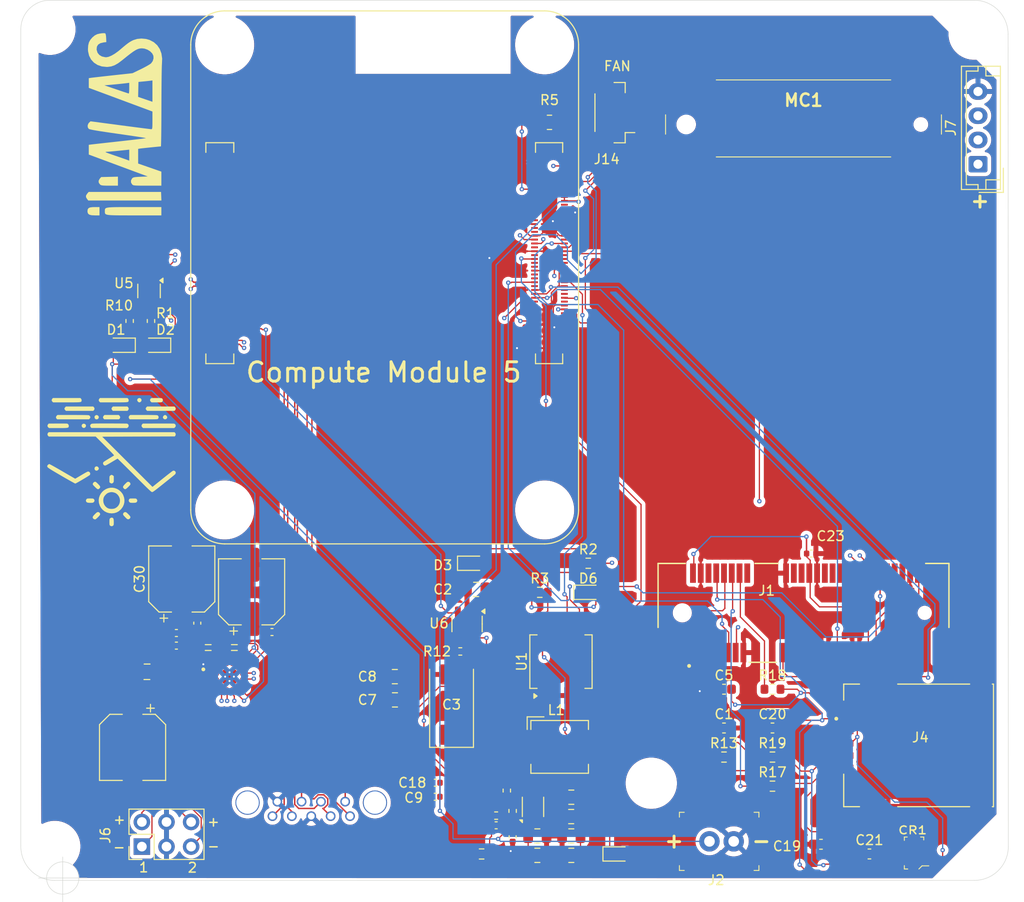
<source format=kicad_pcb>
(kicad_pcb (version 20241229) (generator "pcbnew") (generator_version "9.0")
  (layers (0 "F.Cu" signal) (4 "In1.Cu" power) (6 "In2.Cu" power) (2 "B.Cu" signal) (13 "F.Paste" user) (15 "B.Paste" user) (5 "F.SilkS" user "F.Silkscreen") (7 "B.SilkS" user "B.Silkscreen") (1 "F.Mask" user) (3 "B.Mask" user) (25 "Edge.Cuts" user))
  (net 0 "")
  (net 1 "GND")
  (net 2 "/PCIe-M2/SIM_VDD")
  (net 3 "/CM5_HighSpeed/USBOTG_ID")
  (net 4 "/CM5_HighSpeed/VBUS")
  (net 5 "/CM5_HighSpeed/+5v")
  (net 6 "/PCIe-M2/M2_3v3")
  (net 7 "/PCIe-M2/FB")
  (net 8 "Net-(CR1-I{slash}O1)")
  (net 9 "Net-(D1-K)")
  (net 10 "Net-(D2-K)")
  (net 11 "Net-(CR1-I{slash}O2)")
  (net 13 "/CM5_HighSpeed/PCIE_nRST")
  (net 14 "/CM5_HighSpeed/PCIE_nWAKE")
  (net 15 "Net-(R10-Pad2)")
  (net 16 "/+3.3v")
  (net 17 "/CM5_GPIO ( Ethernet, GPIO, SDCARD)/+1.8v")
  (net 18 "/CM5_GPIO ( Ethernet, GPIO, SDCARD)/SD_PWR_ON")
  (net 21 "Net-(CR1-I{slash}O3)")
  (net 23 "Net-(D3-A)")
  (net 24 "Net-(D4-A)")
  (net 25 "Net-(D6-A)")
  (net 26 "/PCIe-M2/LED_WWAN")
  (net 29 "/CM5_GPIO ( Ethernet, GPIO, SDCARD)/ETH_LEDG")
  (net 30 "/CM5_GPIO ( Ethernet, GPIO, SDCARD)/ETH_LEDY")
  (net 31 "/+5v")
  (net 32 "/CM5_GPIO ( Ethernet, GPIO, SDCARD)/TRD0_P")
  (net 33 "/PCIe-M2/W_DISABLE")
  (net 34 "/CM5_GPIO ( Ethernet, GPIO, SDCARD)/TRD2_P")
  (net 35 "/CM5_GPIO ( Ethernet, GPIO, SDCARD)/TRD0_N")
  (net 36 "/CM5_GPIO ( Ethernet, GPIO, SDCARD)/TRD2_N")
  (net 37 "/CM5_GPIO ( Ethernet, GPIO, SDCARD)/TRD1_N")
  (net 38 "/CM5_GPIO ( Ethernet, GPIO, SDCARD)/TRD3_N")
  (net 39 "/CM5_GPIO ( Ethernet, GPIO, SDCARD)/TRD1_P")
  (net 40 "/CM5_GPIO ( Ethernet, GPIO, SDCARD)/TRD3_P")
  (net 41 "/PCIe-M2/SIM_DATA")
  (net 56 "/PCIe-M2/SIM_CLK")
  (net 57 "/PCIe-M2/SIM_RST")
  (net 60 "/CM5_HighSpeed/USB3-1-TX_P")
  (net 61 "/CM5_HighSpeed/USB3-1-TX_N")
  (net 62 "/CM5_HighSpeed/USB3-1-RX_P")
  (net 63 "/CM5_GPIO ( Ethernet, GPIO, SDCARD)/DREG")
  (net 64 "/CM5_GPIO ( Ethernet, GPIO, SDCARD)/AREG")
  (net 65 "Net-(J6-Pin_2)")
  (net 66 "/CM5_HighSpeed/USB3-1-RX_N")
  (net 68 "/CC2")
  (net 72 "/CC1")
  (net 73 "/CM5_GPIO ( Ethernet, GPIO, SDCARD)/ID_SC")
  (net 74 "/CM5_HighSpeed/HDMI1_D2_P")
  (net 75 "/CM5_GPIO ( Ethernet, GPIO, SDCARD)/ID_SD")
  (net 76 "/CM5_HighSpeed/HDMI1_D2_N")
  (net 77 "/CM5_GPIO ( Ethernet, GPIO, SDCARD)/SCL0")
  (net 92 "/CM5_GPIO ( Ethernet, GPIO, SDCARD)/GPIO27")
  (net 93 "/CM5_GPIO ( Ethernet, GPIO, SDCARD)/GPIO22")
  (net 94 "/CM5_GPIO ( Ethernet, GPIO, SDCARD)/GPIO21")
  (net 95 "/CM5_GPIO ( Ethernet, GPIO, SDCARD)/GPIO20")
  (net 96 "/CM5_GPIO ( Ethernet, GPIO, SDCARD)/GPIO26")
  (net 97 "/CM5_GPIO ( Ethernet, GPIO, SDCARD)/GPIO16")
  (net 98 "/CM5_GPIO ( Ethernet, GPIO, SDCARD)/GPIO13")
  (net 99 "/CM5_GPIO ( Ethernet, GPIO, SDCARD)/GPIO12")
  (net 100 "/CM5_GPIO ( Ethernet, GPIO, SDCARD)/GPIO6")
  (net 101 "/CM5_GPIO ( Ethernet, GPIO, SDCARD)/GPIO5")
  (net 102 "/CM5_GPIO ( Ethernet, GPIO, SDCARD)/GPIO7")
  (net 103 "/CM5_GPIO ( Ethernet, GPIO, SDCARD)/GPIO8")
  (net 104 "/CM5_GPIO ( Ethernet, GPIO, SDCARD)/GPIO11")
  (net 105 "/CM5_GPIO ( Ethernet, GPIO, SDCARD)/GPIO25")
  (net 106 "/CM5_GPIO ( Ethernet, GPIO, SDCARD)/GPIO19")
  (net 107 "/CM5_GPIO ( Ethernet, GPIO, SDCARD)/GPIO9")
  (net 108 "/CM5_GPIO ( Ethernet, GPIO, SDCARD)/GPIO10")
  (net 109 "/CM5_GPIO ( Ethernet, GPIO, SDCARD)/GPIO24")
  (net 110 "/CM5_GPIO ( Ethernet, GPIO, SDCARD)/GPIO23")
  (net 111 "/CM5_GPIO ( Ethernet, GPIO, SDCARD)/GPIO18")
  (net 112 "/CM5_GPIO ( Ethernet, GPIO, SDCARD)/GPIO17")
  (net 113 "/CM5_GPIO ( Ethernet, GPIO, SDCARD)/GPIO15")
  (net 114 "/CM5_GPIO ( Ethernet, GPIO, SDCARD)/GPIO14")
  (net 115 "/CM5_GPIO ( Ethernet, GPIO, SDCARD)/GPIO4")
  (net 116 "/CM5_GPIO ( Ethernet, GPIO, SDCARD)/GPIO3")
  (net 117 "/CM5_GPIO ( Ethernet, GPIO, SDCARD)/GPIO2")
  (net 118 "/CM5_GPIO ( Ethernet, GPIO, SDCARD)/SD_DAT2")
  (net 119 "/CM5_GPIO ( Ethernet, GPIO, SDCARD)/SD_DAT3")
  (net 120 "/CM5_GPIO ( Ethernet, GPIO, SDCARD)/SD_CMD")
  (net 121 "/CM5_GPIO ( Ethernet, GPIO, SDCARD)/SD_CLK")
  (net 122 "/CM5_GPIO ( Ethernet, GPIO, SDCARD)/SD_DAT0")
  (net 123 "/CM5_GPIO ( Ethernet, GPIO, SDCARD)/SD_DAT1")
  (net 128 "/CM5_GPIO ( Ethernet, GPIO, SDCARD)/SDA0")
  (net 130 "/CM5_GPIO ( Ethernet, GPIO, SDCARD)/CAM_GPIO1")
  (net 131 "/CM5_GPIO ( Ethernet, GPIO, SDCARD)/CAM_GPIO0")
  (net 134 "/CM5_HighSpeed/USB3-0-D_N")
  (net 135 "/CM5_HighSpeed/USB3-0-D_P")
  (net 136 "/CM5_HighSpeed/USB3-0-RX_N")
  (net 137 "/CM5_HighSpeed/USB3-0-RX_P")
  (net 138 "/CM5_HighSpeed/USB3-0-TX_N")
  (net 139 "/CM5_HighSpeed/USB3-0-TX_P")
  (net 140 "/CM5_HighSpeed/USB3-1-D_N")
  (net 141 "/CM5_HighSpeed/USB3-1-D_P")
  (net 143 "/CM5_HighSpeed/USB2_N")
  (net 144 "/CM5_HighSpeed/USB2_P")
  (net 146 "/CM5_GPIO ( Ethernet, GPIO, SDCARD)/TACHO")
  (net 147 "/CM5_GPIO ( Ethernet, GPIO, SDCARD)/PWM")
  (net 151 "/CM5_HighSpeed/PCIE_CLK_P")
  (net 152 "/CM5_HighSpeed/PCIE_CLK_N")
  (net 153 "/CM5_HighSpeed/PCIE_nCLKREQ")
  (net 154 "/CM5_HighSpeed/PCIE_TX_P")
  (net 155 "/PCIe-M2/PERST")
  (net 156 "/CM5_HighSpeed/PCIE_TX_N")
  (net 159 "/CM5_HighSpeed/PCIE_RX_P")
  (net 161 "/CM5_HighSpeed/PCIE_RX_N")
  (net 164 "Net-(J6-Pin_6)")
  (net 165 "Net-(J6-Pin_1)")
  (net 169 "Net-(U8-LX)")
  (net 180 "Net-(Module1A-LED_nACT)")
  (net 181 "Net-(U2-VREF)")
  (net 182 "Net-(U2-MICBIAS_GPI2)")
  (net 184 "/CM5_GPIO ( Ethernet, GPIO, SDCARD)/BT_nDis")
  (net 185 "/CM5_GPIO ( Ethernet, GPIO, SDCARD)/WL_nDis")
  (net 186 "/CM5_GPIO ( Ethernet, GPIO, SDCARD)/PWR_BUT")
  (net 187 "/CM5_GPIO ( Ethernet, GPIO, SDCARD)/GPIO_VREF")
  (net 188 "/CM5_GPIO ( Ethernet, GPIO, SDCARD)/PMIC_ENABLE")
  (net 189 "/CM5_GPIO ( Ethernet, GPIO, SDCARD)/nPWR_LED")
  (net 190 "/CM5_HighSpeed/PCIE_PWR_EN")
  (net 191 "/CM5_GPIO ( Ethernet, GPIO, SDCARD)/SYNC_OUT")
  (net 192 "/CM5_GPIO ( Ethernet, GPIO, SDCARD)/EEPROM_nWP")
  (net 193 "/CM5_HighSpeed/VBUS_EN")
  (net 194 "Net-(U6-ILIM)")
  (net 199 "Net-(J6-Pin_5)")
  (net 200 "/CM5_GPIO ( Ethernet, GPIO, SDCARD)/nRPIBOOT")
  (net 201 "/CM5_GPIO ( Ethernet, GPIO, SDCARD)/VBAT")
  (footprint "Resistor_SMD:R_0402_1005Metric" (layer "F.Cu") (at 152.7 102 90)
    (property "Reference" "R10")
    (property "Value" "1k")
  )
  (footprint "LED_SMD:LED_0603_1608Metric" (layer "F.Cu") (at 155.45 104.5 180)
    (property "Reference" "D2")
    (property "Value" "LED Green")
  )
  (footprint "LED_SMD:LED_0603_1608Metric" (layer "F.Cu") (at 151.8 104.5 180)
    (property "Reference" "D1")
    (property "Value" "LED Red")
  )
  (footprint "Resistor_SMD:R_0402_1005Metric" (layer "F.Cu") (at 154.9 102 90)
    (property "Reference" "R1")
    (property "Value" "1k")
  )
  (footprint "Package_TO_SOT_SMD:SOT-353_SC-70-5" (layer "F.Cu") (at 154.7 98.9 -90)
    (property "Reference" "U5")
    (property "Value" "74LVC1G07SE-7")
  )
  (footprint "CM5IO:MountingHole_2.7mm_M2.5_DIN965" (layer "F.Cu") (at 144.974874 156.225126)
    (property "Reference" "H2" (hide yes))
    (property "Value" "MountingHole")
  )
  (footprint "CM5IO:MountingHole_2.7mm_M2.5_DIN965" (layer "F.Cu") (at 144.47654 71.9017)
    (property "Reference" "H3" (hide yes))
    (property "Value" "MountingHole")
  )
  (footprint "CM5IO:MountingHole_2.7mm_M2.5_DIN965" (layer "F.Cu") (at 239.8 72.4)
    (property "Reference" "H6" (hide yes))
    (property "Value" "MountingHole")
  )
  (footprint "CM5IO:MountingHole_2.7mm_M2.5_DIN965" (layer "F.Cu") (at 206.5 149.7)
    (property "Reference" "H8" (hide yes))
    (property "Value" "MountingHole")
  )
  (footprint "Resistor_SMD:R_0805_2012Metric_Pad1.20x1.40mm_HandSolder" (layer "F.Cu") (at 196 81.5)
    (property "Reference" "R5")
    (property "Value" "0R")
  )
  (footprint "Package_DFN_QFN:DFN-8-1EP_2x2mm_P0.5mm_EP1.05x1.75mm" (layer "F.Cu") (at 194.3 152.1425 90)
    (property "Reference" "U8" (hide yes))
    (property "Value" "AP3441SHE-7B")
  )
  (footprint "Capacitor_SMD:C_0805_2012Metric" (layer "F.Cu") (at 194.75 157.1425)
    (property "Reference" "C6" (hide yes))
    (property "Value" "10u")
  )
  (footprint "Capacitor_SMD:C_0805_2012Metric" (layer "F.Cu") (at 198.25 155.1425 180)
    (property "Reference" "C16" (hide yes))
    (property "Value" "10u")
  )
  (footprint "Capacitor_SMD:CP_Elec_6.3x5.9" (layer "F.Cu") (at 158.075 128.625 90)
    (property "Reference" "C30")
    (property "Value" "10uF" (hide yes))
  )
  (footprint "digikey-footprints:PinHeader_1x2_P2.5mm_Drill1.1mm" (layer "F.Cu") (at 215 155.7 180)
    (property "Reference" "J2")
    (property "Value" "B2B-XH-A_LF__SN_")
  )
  (footprint "digikey-footprints:0603" (layer "F.Cu") (at 163.5 135.7)
    (property "Reference" "C13" (hide yes))
    (property "Value" "1uF")
  )
  (footprint "Capacitor_SMD:C_0402_1005Metric" (layer "F.Cu") (at 192.2 155.2275 -90)
    (property "Reference" "C10" (hide yes))
    (property "Value" "100n")
  )
  (footprint "Capacitor_SMD:C_0402_1005Metric" (layer "F.Cu") (at 190.5 154.0425)
    (property "Reference" "C11" (hide yes))
    (property "Value" "4.7nF")
  )
  (footprint "Resistor_SMD:R_0603_1608Metric" (layer "F.Cu") (at 189 157)
    (property "Reference" "R11" (hide yes))
    (property "Value" "330")
  )
  (footprint "Capacitor_SMD:C_0805_2012Metric" (layer "F.Cu") (at 180.05 138.7)
    (property "Reference" "C8")
    (property "Value" "10u")
  )
  (footprint "Capacitor_SMD:C_0603_1608Metric" (layer "F.Cu") (at 219 144)
    (property "Reference" "C20")
    (property "Value" "33pF")
  )
  (footprint "0679105700:MOLEX_67910-5700" (layer "F.Cu") (at 222.2 132.121)
    (property "Reference" "J1")
    (property "Value" "67910-5700")
  )
  (footprint "Resistor_SMD:R_0603_1608Metric" (layer "F.Cu") (at 219 147)
    (property "Reference" "R19")
    (property "Value" "15K")
  )
  (footprint "Connector_JST:JST_SH_BM04B-SRSS-TB_1x04-1MP_P1.00mm_Vertical" (layer "F.Cu") (at 202.7 80.5 90)
    (property "Reference" "J14")
    (property "Value" "JST_SHBM04B-SRSS-TB")
  )
  (footprint "Capacitor_SMD:C_0402_1005Metric" (layer "F.Cu") (at 159.675 133.18 90)
    (property "Reference" "C31" (hide yes))
    (property "Value" "100n")
  )
  (footprint "Capacitor_SMD:C_0805_2012Metric" (layer "F.Cu") (at 188.4375 129.7 180)
    (property "Reference" "C2")
    (property "Value" "10u" (hide yes))
  )
  (footprint "Capacitor_Tantalum_SMD:CP_EIA-7343-31_Kemet-D" (layer "F.Cu") (at 185.9 141.5875 90)
    (property "Reference" "C3")
    (property "Value" "100uF" (hide yes))
  )
  (footprint "Capacitor_SMD:C_0805_2012Metric" (layer "F.Cu") (at 198.2375 153.1425 180)
    (property "Reference" "C17" (hide yes))
    (property "Value" "10u")
  )
  (footprint "Connector_JST:JST_EH_B4B-EH-A_1x04_P2.50mm_Vertical" (layer "F.Cu") (at 240.2 85.82 90)
    (property "Reference" "J7")
    (property "Value" "Conn_01x04")
  )
  (footprint "Resistor_SMD:R_0603_1608Metric" (layer "F.Cu") (at 214 147)
    (property "Reference" "R13")
    (property "Value" "22R")
  )
  (footprint "Capacitor_SMD:C_0402_1005Metric" (layer "F.Cu") (at 157.52 134.2)
    (property "Reference" "C26" (hide yes))
    (property "Value" "100n" (hide yes))
  )
  (footprint "Resistor_SMD:R_0603_1608Metric" (layer "F.Cu") (at 219 150)
    (property "Reference" "R17")
    (property "Value" "22R")
  )
  (footprint "Package_TO_SOT_SMD:SOT-23-6" (layer "F.Cu") (at 187.5 133.2625 -90)
    (property "Reference" "U6")
    (property "Value" "AP22653W6" (hide yes))
  )
  (footprint "CM5IO:L_Bourns_SRP5030CC" (layer "F.Cu") (at 197.05 145.95)
    (property "Reference" "L1")
    (property "Value" "2.2uH")
  )
  (footprint "TLV320ADC6120IRTER:IC_TLV320ADC6120IRTER" (layer "F.Cu") (at 163 138.7)
    (property "Reference" "U2" (hide yes))
    (property "Value" "TLV320ADC6120IRTER")
  )
  (footprint "Capacitor_SMD:C_0402_1005Metric" (layer "F.Cu") (at 184.23 149.65 180)
    (property "Reference" "C18")
    (property "Value" "100n")
  )
  (footprint "LED_SMD:LED_0603_1608Metric" (layer "F.Cu") (at 188 127)
    (property "Reference" "D3")
    (property "Value" "LED Red" (hide yes))
  )
  (footprint "Resistor_SMD:R_0603_1608Metric" (layer "F.Cu") (at 200 127)
    (property "Reference" "R2")
    (property "Value" "330")
  )
  (footprint "Package_SO:SOIC-8_5.3x6.2mm_P1.27mm" (layer "F.Cu") (at 197.185 137.15 90)
    (property "Reference" "U1")
    (property "Value" "CAT24C128")
  )
  (footprint "Capacitor_SMD:C_0402_1005Metric" (layer "F.Cu") (at 157.52 135.5)
    (property "Reference" "C25" (hide yes))
    (property "Value" "100n" (hide yes))
  )
  (footprint "Capacitor_SMD:C_0603_1608Metric" (layer "F.Cu") (at 214 144)
    (property "Reference" "C1")
    (property "Value" "0.1uF")
  )
  (footprint "Resistor_SMD:R_0402_1005Metric" (layer "F.Cu") (at 192.2 152.5575 90)
    (property "Reference" "R16" (hide yes))
    (property "Value" "2.2K 1%")
  )
  (footprint "Capacitor_SMD:C_0603_1608Metric" (layer "F.Cu") (at 224 156)
    (property "Reference" "C19")
    (property "Value" "33pF")
  )
  (footprint "Capacitor_SMD:C_0805_2012Metric" (layer "F.Cu") (at 180.0625 141.1)
    (property "Reference" "C7")
    (property "Value" "10u")
  )
  (footprint "digikey-footprints:SOT23-6L" (layer "F.Cu") (at 233.6 156.9 90)
    (property "Reference" "CR1")
    (property "Value" "DALC208SC6")
  )
  (footprint "Resistor_SMD:R_0402_1005Metric" (layer "F.Cu") (at 190.5 153.0425)
    (property "Reference" "R15" (hide yes))
    (property "Value" "10K 1%")
  )
  (footprint "Logo Footprints:Ridgeline" (layer "F.Cu") (at 150.825 116.55 180)
    (property "Reference" "G***" (hide yes))
    (property "Value" "LOGO" (hide yes))
  )
  (footprint "Resistor_SMD:R_0402_1005Metric" (layer "F.Cu") (at 186.8 136.1 180)
    (property "Reference" "R12")
    (property "Value" "15K 1%" (hide yes))
  )
  (footprint "Connector_PinHeader_2.54mm:PinHeader_2x03_P2.54mm_Vertical" (layer "F.Cu") (at 153.96 156.24 90)
    (property "Reference" "J6")
    (property "Value" "Conn_02x03_Counter_Clockwise")
  )
  (footprint "Resistor_SMD:R_0603_1608Metric" (layer "F.Cu") (at 195 130)
    (property "Reference" "R3")
    (property "Value" "330")
  )
  (footprint "Capacitor_SMD:C_0805_2012Metric" (layer "F.Cu") (at 198.25 157.1425 180)
    (property "Reference" "C15" (hide yes))
    (property "Value" "10u")
  )
  (footprint "digikey-footprints:0805" (layer "F.Cu") (at 154.5 138.2)
    (property "Reference" "C24" (hide yes))
    (property "Value" "1uF")
  )
  (footprint "Capacitor_SMD:C_0805_2012Metric" (layer "F.Cu") (at 198.25 151.1425 180)
    (property "Reference" "C14" (hide yes))
    (property "Value" "10u")
  )
  (footprint "Capacitor_SMD:C_0402_1005Metric" (layer "F.Cu") (at 184.22 151.1 180)
    (property "Reference" "C9")
    (property "Value" "100n")
  )
  (footprint "Resistor_SMD:R_0603_1608Metric" (layer "F.Cu") (at 219 140)
    (property "Reference" "R18")
    (property "Value" "22R")
  )
  (footprint "Capacitor_SMD:CP_Elec_6.3x5.9" (layer "F.Cu") (at 165.275 129.95 90)
    (property "Reference" "C28" (hide yes))
    (property "Value" "10uF" (hide yes))
  )
  (footprint "Resistor_SMD:R_0402_1005Metric" (layer "F.Cu") (at 191.6 150.4575 -90)
    (property "Reference" "R14" (hide yes))
    (property "Value" "100K 1%")
  )
  (footprint "Capacitor_SMD:CP_Elec_6.3x5.9" (layer "F.Cu") (at 153 146 -90)
    (property "Reference" "C27" (hide yes))
    (property "Value" "10uF" (hide yes))
  )
  (footprint "Capacitor_SMD:C_0603_1608Metric" (layer "F.Cu") (at 229 157)
    (property "Reference" "C21")
    (property "Value" "33pF")
  )
  (footprint "KiCad:480994000" (layer "F.Cu") (at 222.2 81.721)
    (property "Reference" "MC1")
    (property "Value" "~" (hide yes))
  )
  (footprint "Capacitor_SMD:C_0402_1005Metric" (layer "F.Cu") (at 167.38 134.1)
    (property "Reference" "C29" (hide yes))
    (property "Value" "100n")
  )
  (footprint "CM5IO:Raspberry-Pi-5-Compute-Module" (layer "F.Cu") (at 195.5 73.5 180)
    (property "Reference" "Module1" (hide yes))
    (property "Value" "ComputeModule5-CM5")
  )
  (footprint "Connector_USB:C168717" (layer "F.Cu") (at 171.43 151.7 180)
    (property "Reference" "J5" (hide yes))
    (property "Value" "USB3_A" (hide yes))
  )
  (footprint "0786463001:MOLEX_0786463001" (layer "F.Cu") (at 234.07 145.795)
    (property "Reference" "J4")
    (property "Value" "0786463001")
  )
  (footprint "Capacitor_SMD:C_0402_1005Metric" (layer "F.Cu") (at 223 126)
    (property "Reference" "C23")
    (property "Value" "100n")
  )
  (footprint "LED_SMD:LED_0603_1608Metric" (layer "F.Cu") (at 203 157)
    (property "Reference" "D4" (hide yes))
    (property "Value" "LED Red")
  )
  (footprint "Capacitor_SMD:C_0805_2012Metric" (layer "F.Cu") (at 194.75 155.1425)
    (property "Reference" "C4" (hide yes))
    (property "Value" "10u")
  )
  (footprint "digikey-footprints:0603" (layer "F.Cu") (at 160.8 135.7 180)
    (property "Reference" "C12" (hide yes))
    (property "Value" "1uF" (hide yes))
  )
  (footprint "Capacitor_SMD:C_0603_1608Metric" (layer "F.Cu") (at 214 140)
    (property "Reference" "C5")
    (property "Value" "33pF")
  )
  (footprint "LED_SMD:LED_0603_1608Metric" (layer "F.Cu") (at 200 130)
    (property "Reference" "D6")
    (property "Value" "LED Red")
  )
  (footprint "Logo Footprints:Alas" (layer "F.Cu") (at 152.19652 81.624094 90)
    (property "Reference" "G***" (hide yes))
    (property "Value" "LOGO" (hide yes))
  )
  (gr_line (start 243.325126 156.225126) (end 243.3 72.4) (stroke (width 0.05)) (layer "Edge.Cuts"))
  (gr_line (start 239.8 68.900075) (end 144.47654 68.900075) (stroke (width 0.05)) (layer "Edge.Cuts"))
  (gr_line (start 141.474874 156.225126) (end 141.474874 71.9017) (stroke (width 0.05)) (layer "Edge.Cuts"))
  (gr_line (start 144.974874 159.725126) (end 239.825126 159.725126) (stroke (width 0.05)) (layer "Edge.Cuts"))
  (gr_arc (start 141.474874 71.9017) (mid 142.354042 69.779202) (end 144.47654 68.900034) (stroke (width 0.05)) (layer "Edge.Cuts"))
  (gr_arc (start 144.974874 159.725126) (mid 142.5 158.7) (end 141.474874 156.225126) (stroke (width 0.05)) (layer "Edge.Cuts"))
  (gr_arc (start 239.8 68.9) (mid 242.274874 69.925126) (end 243.3 72.4) (stroke (width 0.05)) (layer "Edge.Cuts"))
  (gr_arc (start 243.325126 156.225126) (mid 242.3 158.7) (end 239.825126 159.725126) (stroke (width 0.05)) (layer "Edge.Cuts"))
  (gr_text "+" (at 150.925 154.025 0) (layer "F.SilkS") (effects (font (size 1 1)) (justify left bottom)))
  (gr_text "FAN" (at 203 75.7 0) (layer "F.SilkS") (effects (font (size 1 1))))
  (gr_text "2" (at 158.6 159 0) (layer "F.SilkS") (effects (font (size 1 1)) (justify left bottom)))
  (gr_text "+" (at 239.275 90.45 0) (layer "F.SilkS") (effects (font (size 1.5 1.5) (thickness 0.3) (bold yes)) (justify left bottom)))
  (gr_text "-" (at 150.9 156.875 0) (layer "F.SilkS") (effects (font (size 1 1)) (justify left bottom)))
  (gr_text "+" (at 160.625 154.25 0) (layer "F.SilkS") (effects (font (size 1 1)) (justify left bottom)))
  (gr_text "-" (at 216.725 156.5 0) (layer "F.SilkS") (effects (font (size 1.5 1.5) (thickness 0.3) (bold yes)) (justify left bottom)))
  (gr_text "+" (at 207.725 156.5 0) (layer "F.SilkS") (effects (font (size 1.5 1.5) (thickness 0.3) (bold yes)) (justify left bottom)))
  (gr_text "1" (at 153.575 158.975 0) (layer "F.SilkS") (effects (font (size 1 1)) (justify left bottom)))
  (gr_text "-" (at 160.625 156.775 0) (layer "F.SilkS") (effects (font (size 1 1)) (justify left bottom)))
  (gr_text "Compute Module 5" (at 178.9 107.3 0) (layer "F.SilkS") (effects (font (size 2 2) (thickness 0.3))))
  (target plus (at 145.800087 159.479964) (size 5) (width 0.05) (layer "Edge.Cuts"))
  (segment (start 198.375 94.045) (end 198.02 94.4) (width 0.13) (layer "F.Cu") (net 1))
  (segment (start 163.54 98.8) (end 160.46 98.8) (width 0.13) (layer "F.Cu") (net 1))
  (segment (start 164.25 140.1) (end 164.85 140.7) (width 0.13) (layer "F.Cu") (net 1))
  (segment (start 196.5 103.7) (end 196.5 104.8) (width 0.13) (layer "F.Cu") (net 1))
  (segment (start 194.46 93.2) (end 195 93.2) (width 0.13) (layer "F.Cu") (net 1))
  (segment (start 161.75 140.1) (end 161.05 140.8) (width 0.13) (layer "F.Cu") (net 1))
  (segment (start 163.54 102.4) (end 160.46 102.4) (width 0.13) (layer "F.Cu") (net 1))
  (segment (start 194.46 102.4) (end 193.4 102.4) (width 0.13) (layer "F.Cu") (net 1))
  (segment (start 196.5 101.95) (end 196.5 102.65) (width 0.13) (layer "F.Cu") (net 1))
  (segment (start 159.919 94.061) (end 159.98 94) (width 0.13) (layer "F.Cu") (net 1))
  (segment (start 192.2 156.5) (end 192 156.7) (width 0.13) (layer "F.Cu") (net 1))
  (segment (start 193.4 102.4) (end 193.3 102.5) (width 0.13) (layer "F.Cu") (net 1))
  (segment (start 197.54 90.8) (end 198.65 90.8) (width 0.13) (layer "F.Cu") (net 1))
  (segment (start 164.85 140.7) (end 165.3 140.7) (width 0.13) (layer "F.Cu") (net 1))
  (segment (start 194.46 96.8) (end 195.4 96.8) (width 0.13) (layer "F.Cu") (net 1))
  (segment (start 196.6 103.6) (end 196.5 103.7) (width 0.13) (layer "F.Cu") (net 1))
  (segment (start 196.5 101.45) (end 196.5 101.95) (width 0.13) (layer "F.Cu") (net 1))
  (segment (start 196.5 104.8) (end 197.54 104.8) (width 0.13) (layer "F.Cu") (net 1))
  (segment (start 219.775 145.475) (end 220 145.7) (width 0.13) (layer "F.Cu") (net 1))
  (segment (start 194.46 90.4) (end 193.35 90.4) (width 0.13) (layer "F.Cu") (net 1))
  (segment (start 193.3 103.45) (end 193.15 103.6) (width 0.13) (layer "F.Cu") (net 1))
  (segment (start 194.46 100.8) (end 195.2 100.8) (width 0.13) (layer "F.Cu") (net 1))
  (segment (start 195.2 100.8) (end 195.35 100.95) (width 0.13) (layer "F.Cu") (net 1))
  (segment (start 197.54 93.2) (end 197.06 93.2) (width 0.13) (layer "F.Cu") (net 1))
  (segment (start 161.6 96.4) (end 161.9 96.7) (width 0.13) (layer "F.Cu") (net 1))
  (segment (start 193.25 90.5) (end 193.25 91.9) (width 0.13) (layer "F.Cu") (net 1))
  (segment (start 160.4 137.3) (end 160.25 137.45) (width 0.13) (layer "F.Cu") (net 1))
  (segment (start 197.06 93.2) (end 196.35 92.49) (width 0.13) (layer "F.Cu") (net 1))
  (segment (start 194.46 98.8) (end 194.94 98.8) (width 0.13) (layer "F.Cu") (net 1))
  (segment (start 165.916 135.872313) (end 165.916 135.527687) (width 0.13) (layer "F.Cu") (net 1))
  (segment (start 194.46 93.2) (end 193.98 93.2) (width 0.13) (layer "F.Cu") (net 1))
  (segment (start 196.5 102.65) (end 196.5 103.7) (width 0.13) (layer "F.Cu") (net 1))
  (segment (start 160.46 95.2) (end 160.028 95.2) (width 0.13) (layer "F.Cu") (net 1))
  (segment (start 195.35 102.2) (end 195.15 102.4) (width 0.13) (layer "F.Cu") (net 1))
  (segment (start 163.54 91.6) (end 160.46 91.6) (width 0.13) (layer "F.Cu") (net 1))
  (segment (start 192.2 155.7075) (end 192.2 156.5) (width 0.13) (layer "F.Cu") (net 1))
  (segment (start 193.25 91.9) (end 193.35 92) (width 0.13) (layer "F.Cu") (net 1))
  (segment (start 164.25 137.3) (end 164.488313 137.3) (width 0.13) (layer "F.Cu") (net 1))
  (segment (start 159.919 95.091) (end 159.919 94.061) (width 0.13) (layer "F.Cu") (net 1))
  (segment (start 159.98 94) (end 160.46 94) (width 0.13) (layer "F.Cu") (net 1))
  (segment (start 198.375 93.603) (end 198.375 94.045) (width 0.13) (layer "F.Cu") (net 1))
  (segment (start 161.9 97.2) (end 161.9 96.7) (width 0.13) (layer "F.Cu") (net 1))
  (segment (start 161.9 96.7) (end 161 97.6) (width 0.13) (layer "F.Cu") (net 1))
  (segment (start 196.5 102) (end 196.9 102.4) (width 0.13) (layer "F.Cu") (net 1))
  (segment (start 197.54 96.4) (end 197.108 96.4) (width 0.13) (layer "F.Cu") (net 1))
  (segment (start 195.71 92.49) (end 196.35 92.49) (width 0.13) (layer "F.Cu") (net 1))
  (segment (start 163.54 85.6) (end 160.46 85.6) (width 0.13) (layer "F.Cu") (net 1))
  (segment (start 163.54 89.2) (end 160.46 89.2) (width 0.13) (layer "F.Cu") (net 1))
  (segment (start 193.98 93.2) (end 193.35 92.57) (width 0.13) (layer "F.Cu") (net 1))
  (segment (start 197.972 93.2) (end 198.375 93.603) (width 0.13) (layer "F.Cu") (net 1))
  (segment (start 163.54 101.2) (end 160.46 101.2) (width 0.13) (layer "F.Cu") (net 1))
  (segment (start 165.672313 135.284) (end 164.616 135.284) (width 0.13) (layer "F.Cu") (net 1))
  (segment (start 196.5 101.95) (end 196.5 102) (width 0.13) (layer "F.Cu") (net 1))
  (segment (start 164.488313 137.3) (end 165.916 135.872313) (width 0.13) (layer "F.Cu") (net 1))
  (segment (start 196.4 100.55) (end 196.4 101.35) (width 0.13) (layer "F.Cu") (net 1))
  (segment (start 163.54 94) (end 160.46 94) (width 0.13) (layer "F.Cu") (net 1))
  (segment (start 163.54 86.8) (end 160.46 86.8) (width 0.13) (layer "F.Cu") (net 1))
  (segment (start 196.65 92) (end 196.35 91.7) (width 0.13) (layer "F.Cu") (net 1))
  (segment (start 165.916 135.527687) (end 165.672313 135.284) (width 0.13) (layer "F.Cu") (net 1))
  (segment (start 194.46 85.6) (end 193.55 85.6) (width 0.13) (layer "F.Cu") (net 1))
  (segment (start 195.15 102.4) (end 194.46 102.4) (width 0.13) (layer "F.Cu") (net 1))
  (segment (start 160.275 137.45) (end 160.3 137.425) (width 0.13) (layer "F.Cu") (net 1))
  (segment (start 197.108 94.4) (end 197.54 94.4) (width 0.13) (layer "F.Cu") (net 1))
  (segment (start 196.2 99.95) (end 196.6 100.35) (width 0.13) (layer "F.Cu") (net 1))
  (segment (start 160.25 137.45) (end 160.275 137.45) (width 0.13) (layer "F.Cu") (net 1))
  (segment (start 196.2 99.087962) (end 196.2 99.95) (width 0.13) (layer "F.Cu") (net 1))
  (segment (start 197.54 103.6) (end 196.6 103.6) (width 0.13) (layer "F.Cu") (net 1))
  (segment (start 198.02 94.4) (end 197.54 94.4) (width 0.13) (layer "F.Cu") (net 1))
  (segment (start 161.75 137.3) (end 160.4 137.3) (width 0.13) (layer "F.Cu") (net 1))
  (segment (start 162.3 97.6) (end 161.9 97.2) (width 0.13) (layer "F.Cu") (net 1))
  (segment (start 219.775 144) (end 219.775 145.475) (width 0.13) (layer "F.Cu") (net 1))
  (segment (start 163.54 92.8) (end 160.46 92.8) (width 0.13) (layer "F.Cu") (net 1))
  (segment (start 196.35 92.49) (end 196.35 91.7) (width 0.13) (layer "F.Cu") (net 1))
  (segment (start 161 97.6) (end 160.46 97.6) (width 0.13) (layer "F.Cu") (net 1))
  (segment (start 163.54 88) (end 160.46 88) (width 0.13) (layer "F.Cu") (net 1))
  (segment (start 193.1 103.6) (end 192.65 104.05) (width 0.13) (layer "F.Cu") (net 1))
  (segment (start 195.4 98.34) (end 195.4 96.8) (width 0.13) (layer "F.Cu") (net 1))
  (segment (start 193.55 85.6) (end 193.5 85.65) (width 0.13) (layer "F.Cu") (net 1))
  (segment (start 194.46 104.8) (end 196.5 104.8) (width 0.13) (layer "F.Cu") (net 1))
  (segment (start 194.46 94.8) (end 196.708 94.8) (width 0.13) (layer "F.Cu") (net 1))
  (segment (start 194.94 98.8) (end 195.4 98.34) (width 0.13) (layer "F.Cu") (net 1))
  (segment (start 164.616 135.284) (end 164.2 135.7) (width 0.13) (layer "F.Cu") (net 1))
  (segment (start 196.708 94.8) (end 197.108 94.4) (width 0.13) (layer "F.Cu") (net 1))
  (segment (start 196.6 100.35) (end 196.4 100.55) (width 0.13) (layer "F.Cu") (net 1))
  (segment (start 192.65 104.05) (end 192.65 104.8) (width 0.13) (layer "F.Cu") (net 1))
  (segment (start 193.35 92.57) (end 193.35 92) (width 0.13) (layer "F.Cu") (net 1))
  (segment (start 163.54 97.6) (end 162.3 97.6) (width 0.13) (layer "F.Cu") (net 1))
  (segment (start 193.3 102.5) (end 193.3 103.45) (width 0.13) (layer "F.Cu") (net 1))
  (segment (start 197.108 96.4) (end 196.999 96.509) (width 0.13) (layer "F.Cu") (net 1))
  (segment (start 160.46 96.4) (end 161.6 96.4) (width 0.13) (layer "F.Cu") (net 1))
  (segment (start 197.54 98.4) (end 196.887962 98.4) (width 0.13) (layer "F.Cu") (net 1))
  (segment (start 197.49 100.35) (end 196.6 100.35) (width 0.13) (layer "F.Cu") (net 1))
  (segment (start 194.46 104.8) (end 192.65 104.8) (width 0.13) (layer "F.Cu") (net 1))
  (segment (start 195 93.2) (end 195.71 92.49) (width 0.13) (layer "F.Cu") (net 1))
  (segment (start 197.54 92) (end 196.65 92) (width 0.13) (layer "F.Cu") (net 1))
  (segment (start 196.887962 98.4) (end 196.2 99.087962) (width 0.13) (layer "F.Cu") (net 1))
  (segment (start 194.46 92) (end 193.35 92) (width 0.13) (layer "F.Cu") (net 1))
  (segment (start 163.54 103.6) (end 160.46 103.6) (width 0.13) (layer "F.Cu") (net 1))
  (segment (start 194.46 103.6) (end 193.15 103.6) (width 0.13) (layer "F.Cu") (net 1))
  (segment (start 197.54 93.2) (end 197.972 93.2) (width 0.13) (layer "F.Cu") (net 1))
  (segment (start 196.999 96.509) (end 196.999 98.339) (width 0.13) (layer "F.Cu") (net 1))
  (segment (start 196.9 102.4) (end 197.54 102.4) (width 0.13) (layer "F.Cu") (net 1))
  (segment (start 163.54 90.4) (end 160.46 90.4) (width 0.13) (layer "F.Cu") (net 1))
  (segment (start 196.4 101.35) (end 196.5 101.45) (width 0.13) (layer "F.Cu") (net 1))
  (segment (start 193.35 90.4) (end 193.25 90.5) (width 0.13) (layer "F.Cu") (net 1))
  (segment (start 194.46 94.8) (end 192.6 94.8) (width 0.13) (layer "F.Cu") (net 1))
  (segment (start 193.15 103.6) (end 193.1 103.6) (width 0.13) (layer "F.Cu") (net 1))
  (segment (start 197.54 100.4) (end 197.49 100.35) (width 0.13) (layer "F.Cu") (net 1))
  (segment (start 160.028 95.2) (end 159.919 95.091) (width 0.13) (layer "F.Cu") (net 1))
  (segment (start 163.54 100) (end 160.46 100) (width 0.13) (layer "F.Cu") (net 1))
  (segment (start 195.35 100.95) (end 195.35 102.2) (width 0.13) (layer "F.Cu") (net 1))
  (via (at 192.65 104.8) (size 0.45) (drill 0.2) (layers "F.Cu" "B.Cu") (net 1))
  (via (at 211.5 140.2) (size 0.45) (drill 0.2) (layers "F.Cu" "B.Cu") (net 1))
  (via (at 160.3 137.425) (size 0.45) (drill 0.2) (layers "F.Cu" "B.Cu") (net 1))
  (via (at 189.8 95.5) (size 0.45) (drill 0.2) (layers "F.Cu" "B.Cu") (net 1))
  (via (at 192 156.7) (size 0.45) (drill 0.2) (layers "F.Cu" "B.Cu") (net 1))
  (via (at 196.5 102.65) (size 0.45) (drill 0.2) (layers "F.Cu" "B.Cu") (net 1))
  (via (at 220 145.7) (size 0.45) (drill 0.2) (layers "F.Cu" "B.Cu") (net 1))
  (via (at 198.65 90.8) (size 0.45) (drill 0.2) (layers "F.Cu" "B.Cu") (net 1))
  (via (at 196.35 91.7) (size 0.45) (drill 0.2) (layers "F.Cu" "B.Cu") (net 1))
  (segment (start 213.225 144) (end 213.225 145.175) (width 0.13) (layer "F.Cu") (net 2))
  (segment (start 224.125 143.2) (end 224.15 143.2) (width 0.13) (layer "F.Cu") (net 2))
  (segment (start 232.45 157.85) (end 232.45 158.65) (width 0.13) (layer "F.Cu") (net 2))
  (segment (start 213.3 130.75) (end 213.3 130.45) (width 0.13) (layer "F.Cu") (net 2))
  (segment (start 232.3 158.8) (end 222.5 158.8) (width 0.13) (layer "F.Cu") (net 2))
  (segment (start 213.5 145.5) (end 215.45 145.5) (width 0.13) (layer "F.Cu") (net 2))
  (segment (start 224.125 143.2) (end 221.3 143.2) (width 0.13) (layer "F.Cu") (net 2))
  (segment (start 218.175 147) (end 218.175 144.05) (width 0.13) (layer "F.Cu") (net 2))
  (segment (start 216.95 147) (end 218.175 147) (width 0.13) (layer "F.Cu") (net 2))
  (segment (start 232.45 158.65) (end 232.3 158.8) (width 0.13) (layer "F.Cu") (net 2))
  (segment (start 224.15 143.2) (end 224.31 143.04) (width 0.13) (layer "F.Cu") (net 2))
  (segment (start 213.225 145.175) (end 213.2 145.2) (width 0.13) (layer "F.Cu") (net 2))
  (segment (start 222.5 158.8) (end 221.8 158.1) (width 0.13) (layer "F.Cu") (net 2))
  (segment (start 224.31 143.04) (end 226.775 143.04) (width 0.13) (layer "F.Cu") (net 2))
  (segment (start 220.5 142.4) (end 218.5 142.4) (width 0.13) (layer "F.Cu") (net 2))
  (segment (start 218.225 142.675) (end 218.225 144) (width 0.13) (layer "F.Cu") (net 2))
  (segment (start 221.3 143.2) (end 220.5 142.4) (width 0.13) (layer "F.Cu") (net 2))
  (segment (start 215.45 145.5) (end 216.95 147) (width 0.13) (layer "F.Cu") (net 2))
  (segment (start 218.5 142.4) (end 218.225 142.675) (width 0.13) (layer "F.Cu") (net 2))
  (segment (start 213.3 130.45) (end 213.2875 130.4375) (width 0.13) (layer "F.Cu") (net 2))
  (segment (start 213.2 145.2) (end 213.5 145.5) (width 0.13) (layer "F.Cu") (net 2))
  (segment (start 213.2875 130.4375) (end 213.2875 128.021) (width 0.13) (layer "F.Cu") (net 2))
  (via (at 213.3 130.75) (size 0.45) (drill 0.2) (layers "F.Cu" "B.Cu") (net 2))
  (via (at 224.125 143.2) (size 0.45) (drill 0.2) (layers "F.Cu" "B.Cu") (net 2))
  (via (at 221.8 158.1) (size 0.45) (drill 0.2) (layers "F.Cu" "B.Cu") (net 2))
  (segment (start 224.125 143.2) (end 223.05 143.2) (width 0.13) (layer "B.Cu") (net 2))
  (segment (start 221.8 144.45) (end 221.8 158.1) (width 0.13) (layer "B.Cu") (net 2))
  (segment (start 222.4 140.8) (end 222.4 140.2) (width 0.13) (layer "B.Cu") (net 2))
  (segment (start 223.05 143.2) (end 221.8 144.45) (width 0.13) (layer "B.Cu") (net 2))
  (segment (start 218 130.75) (end 213.3 130.75) (width 0.13) (layer "B.Cu") (net 2))
  (segment (start 219.8 132.55) (end 218 130.75) (width 0.13) (layer "B.Cu") (net 2))
  (segment (start 222.4 140.2) (end 220.9 138.7) (width 0.13) (layer "B.Cu") (net 2))
  (segment (start 224.125 142.525) (end 222.4 140.8) (width 0.13) (layer "B.Cu") (net 2))
  (segment (start 224.125 143.2) (end 224.125 142.525) (width 0.13) (layer "B.Cu") (net 2))
  (segment (start 220.9 138.7) (end 219.8 138.7) (width 0.13) (layer "B.Cu") (net 2))
  (segment (start 219.8 138.7) (end 219.8 132.55) (width 0.13) (layer "B.Cu") (net 2))
  (segment (start 174.93 151.6) (end 174.93 145.2825) (width 0.13) (layer "F.Cu") (net 4))
  (segment (start 189.5 139.7) (end 189.5 141.1) (width 0.13) (layer "F.Cu") (net 4))
  (segment (start 189.5 137.2) (end 189.5 134.7) (width 0.13) (layer "F.Cu") (net 4))
  (segment (start 189.4965 139.7035) (end 189.5 139.7) (width 0.13) (layer "F.Cu") (net 4))
  (segment (start 189.5 134.7) (end 188.75 134.7) (width 0.13) (layer "F.Cu") (net 4))
  (segment (start 174.93 151.6) (end 174.93 149.458904) (width 0.13) (layer "F.Cu") (net 4))
  (segment (start 179.1125 141.1) (end 179.1125 138.7125) (width 0.13) (layer "F.Cu") (net 4))
  (segment (start 174.93 145.2825) (end 179.1125 141.1) (width 0.13) (layer "F.Cu") (net 4))
  (segment (start 189.5 139.7) (end 189.5 137.2) (width 0.13) (layer "F.Cu") (net 4))
  (segment (start 184.685404 139.7035) (end 189.4965 139.7035) (width 0.13) (layer "F.Cu") (net 4))
  (segment (start 174.93 149.458904) (end 184.685404 139.7035) (width 0.13) (layer "F.Cu") (net 4))
  (segment (start 189.5 141.1) (end 185.9 144.7) (width 0.13) (layer "F.Cu") (net 4))
  (segment (start 188.75 134.7) (end 188.45 134.4) (width 0.13) (layer "F.Cu") (net 4))
  (via (at 189.5 134.7) (size 0.45) (drill 0.2) (layers "F.Cu" "B.Cu") (net 4))
  (segment (start 189.3875 131.6125) (end 189.3875 129.7) (width 0.13) (layer "F.Cu") (net 5))
  (segment (start 188.875 132.125) (end 189.3875 131.6125) (width 0.13) (layer "F.Cu") (net 5))
  (segment (start 188.45 132.125) (end 188.875 132.125) (width 0.13) (layer "F.Cu") (net 5))
  (segment (start 190.02 154.0425) (end 190.02 153.0725) (width 0.13) (layer "F.Cu") (net 6))
  (segment (start 189.825 157.775) (end 189.825 157) (width 0.13) (layer "F.Cu") (net 6))
  (segment (start 195.28 133.65) (end 195.28 132.47) (width 0.13) (layer "F.Cu") (net 6))
  (segment (start 222.8875 130.5375) (end 222.8875 128.021) (width 0.13) (layer "F.Cu") (net 6))
  (segment (start 222.52 126.32) (end 222.8875 126.6875) (width 0.13) (layer "F.Cu") (net 6))
  (segment (start 234.0875 130.4625) (end 232.85 131.7) (width 0.13) (layer "F.Cu") (net 6))
  (segment (start 198.906 158.344) (end 190.344 158.344) (width 0.13) (layer "F.Cu") (net 6))
  (segment (start 210.8875 126.0875) (end 210.8875 128.021) (width 0.13) (layer "F.Cu") (net 6))
  (segment (start 199.1875 153.1425) (end 199.1875 151.155) (width 0.13) (layer "F.Cu") (net 6))
  (segment (start 222.52 124.27) (end 222.5 124.25) (width 0.13) (layer "F.Cu") (net 6))
  (segment (start 197.6 144.1) (end 197.6 144.5) (width 0.13) (layer "F.Cu") (net 6))
  (segment (start 199.2 151.1425) (end 199.2 149.95) (width 0.13) (layer "F.Cu") (net 6))
  (segment (start 190.02 155.18) (end 190.02 154.0425) (width 0.13) (layer "F.Cu") (net 6))
  (segment (start 195.28 132.47) (end 195.825 131.925) (width 0.13) (layer "F.Cu") (net 6))
  (segment (start 228.8875 136.221) (end 229.6875 136.221) (width 0.13) (layer "F.Cu") (net 6))
  (segment (start 232.85 131.7) (end 230.95 131.7) (width 0.13) (layer "F.Cu") (net 6))
  (segment (start 222.5 124.25) (end 222.5 125.801984) (width 0.13) (layer "F.Cu") (net 6))
  (segment (start 223.85 131.5) (end 222.8875 130.5375) (width 0.13) (layer "F.Cu") (net 6))
  (segment (start 200.05 149.1) (end 200.05 148.35) (width 0.13) (layer "F.Cu") (net 6))
  (segment (start 226.95 131.5) (end 223.85 131.5) (width 0.13) (layer "F.Cu") (net 6))
  (segment (start 199.2 157.1425) (end 199.2 158.05) (width 0.13) (layer "F.Cu") (net 6))
  (segment (start 228.8875 133.4375) (end 226.95 131.5) (width 0.13) (layer "F.Cu") (net 6))
  (segment (start 199.2 149.95) (end 200.05 149.1) (width 0.13) (layer "F.Cu") (net 6))
  (segment (start 222.52 126) (end 222.52 124.27) (width 0.13) (layer "F.Cu") (net 6))
  (segment (start 189.825 155.375) (end 190.02 155.18) (width 0.13) (layer "F.Cu") (net 6))
  (segment (start 234.0875 128.021) (end 234.0875 130.4625) (width 0.13) (layer "F.Cu") (net 6))
  (segment (start 195.95 127.95) (end 200.65 127.95) (width 0.13) (layer "F.Cu") (net 6))
  (segment (start 195.28 133.65) (end 195.28 136.53) (width 0.13) (layer "F.Cu") (net 6))
  (segment (start 229.6875 132.9625) (end 229.6875 136.221) (width 0.13) (layer "F.Cu") (net 6))
  (segment (start 222.52 126) (end 222.52 126.32) (width 0.13) (layer "F.Cu") (net 6))
  (segment (start 199.2 157.1425) (end 199.2 155.1425) (width 0.13) (layer "F.Cu") (net 6))
  (segment (start 222.8875 126.6875) (end 222.8875 128.021) (width 0.13) (layer "F.Cu") (net 6))
  (segment (start 200.825 127.775) (end 200.825 127) (width 0.13) (layer "F.Cu") (net 6))
  (segment (start 197.9 144.8) (end 198.15 144.8) (width 0.13) (layer "F.Cu") (net 6))
  (segment (start 195.28 136.53) (end 195.45 136.7) (width 0.13) (layer "F.Cu") (net 6))
  (segment (start 197.6 144.5) (end 197.9 144.8) (width 0.13) (layer "F.Cu") (net 6))
  (segment (start 202.45 126.95) (end 202.4 127) (width 0.13) (layer "F.Cu") (net 6))
  (segment (start 190.344 158.344) (end 189.8 157.8) (width 0.13) (layer "F.Cu") (net 6))
  (segment (start 228.8875 136.221) (end 228.8875 133.4375) (width 0.13) (layer "F.Cu") (net 6))
  (segment (start 210.85 126.05) (end 210.8875 126.0875) (width 0.13) (layer "F.Cu") (net 6))
  (segment (start 198.9425 147.2425) (end 198.9425 146.3075) (width 0.13) (layer "F.Cu") (net 6))
  (segment (start 189.825 157) (end 189.825 155.375) (width 0.13) (layer "F.Cu") (net 6))
  (segment (start 195.95 127.95) (end 195.825 128.075) (width 0.13) (layer "F.Cu") (net 6))
  (segment (start 202.4 127) (end 200.825 127) (width 0.13) (layer "F.Cu") (net 6))
  (segment (start 195.825 128.075) (end 195.825 130) (width 0.13) (layer "F.Cu") (net 6))
  (segment (start 198.9425 146.3075) (end 199.3 145.95) (width 0.13) (layer "F.Cu") (net 6))
  (segment (start 200.65 127.95) (end 200.825 127.775) (width 0.13) (layer "F.Cu") (net 6))
  (segment (start 189.8 157.8) (end 189.825 157.775) (width 0.13) (layer "F.Cu") (net 6))
  (segment (start 200.05 148.35) (end 198.9425 147.2425) (width 0.13) (layer "F.Cu") (net 6))
  (segment (start 198.15 144.8) (end 199.3 145.95) (width 0.13) (layer "F.Cu") (net 6))
  (segment (start 230.95 131.7) (end 229.6875 132.9625) (width 0.13) (layer "F.Cu") (net 6))
  (segment (start 195.825 131.925) (end 195.825 130) (width 0.13) (layer "F.Cu") (net 6))
  (segment (start 199.2 158.05) (end 198.906 158.344) (width 0.13) (layer "F.Cu") (net 6))
  (segment (start 199.2 155.1425) (end 199.2 153.155) (width 0.13) (layer "F.Cu") (net 6))
  (via (at 222.5 124.25) (size 0.45) (drill 0.2) (layers "F.Cu" "B.Cu") (net 6))
  (via (at 197.6 144.1) (size 0.45) (drill 0.2) (layers "F.Cu" "B.Cu") (net 6))
  (via (at 202.45 126.95) (size 0.45) (drill 0.2) (layers "F.Cu" "B.Cu") (net 6))
  (via (at 195.45 136.7) (size 0.45) (drill 0.2) (layers "F.Cu" "B.Cu") (net 6))
  (via (at 210.85 126.05) (size 0.45) (drill 0.2) (layers "F.Cu" "B.Cu") (net 6))
  (segment (start 197.6 138.85) (end 197.6 144.1) (width 0.13) (layer "B.Cu") (net 6))
  (segment (start 222.5 124.25) (end 212.65 124.25) (width 0.13) (layer "B.Cu") (net 6))
  (segment (start 212.65 124.25) (end 210.85 126.05) (width 0.13) (layer "B.Cu") (net 6))
  (segment (start 195.45 136.7) (end 197.6 138.85) (width 0.13) (layer "B.Cu") (net 6))
  (segment (start 192.3425 153.0425) (end 193.55 153.0425) (width 0.13) (layer "F.Cu") (net 7))
  (segment (start 191.01 153.0425) (end 192.175 153.0425) (width 0.13) (layer "F.Cu") (net 7))
  (segment (start 190.98 154.0425) (end 190.98 153.0725) (width 0.13) (layer "F.Cu") (net 7))
  (segment (start 227.467 142.45) (end 227.75 142.733) (width 0.13) (layer "F.Cu") (net 8))
  (segment (start 224.85 142.45) (end 227.467 142.45) (width 0.13) (layer "F.Cu") (net 8))
  (segment (start 224.85 142.45) (end 222.775 140.375) (width 0.13) (layer "F.Cu") (net 8))
  (segment (start 234.75 157.85) (end 236 157.85) (width 0.13) (layer "F.Cu") (net 8))
  (segment (start 221.925 140.375) (end 221.55 140) (width 0.13) (layer "F.Cu") (net 8))
  (segment (start 227.095 145.58) (end 227.75 144.925) (width 0.13) (layer "F.Cu") (net 8))
  (segment (start 227.75 142.733) (end 227.75 144.925) (width 0.13) (layer "F.Cu") (net 8))
  (segment (start 214.775 140) (end 214.775 141.225) (width 0.13) (layer "F.Cu") (net 8))
  (segment (start 214.775 141.225) (end 215.15 141.6) (width 0.13) (layer "F.Cu") (net 8))
  (segment (start 236.55 157.3) (end 236.55 156.6) (width 0.13) (layer "F.Cu") (net 8))
  (segment (start 226.775 145.58) (end 227.095 145.58) (width 0.13) (layer "F.Cu") (net 8))
  (segment (start 221.55 140) (end 219.825 140) (width 0.13) (layer "F.Cu") (net 8))
  (segment (start 236 157.85) (end 236.55 157.3) (width 0.13) (layer "F.Cu") (net 8))
  (segment (start 222.775 140.375) (end 221.925 140.375) (width 0.13) (layer "F.Cu") (net 8))
  (via (at 236.55 156.6) (size 0.45) (drill 0.2) (layers "F.Cu" "B.Cu") (net 8))
  (via (at 227.75 144.925) (size 0.45) (drill 0.2) (layers "F.Cu" "B.Cu") (net 8))
  (via (at 221.925 140.375) (size 0.45) (drill 0.2) (layers "F.Cu" "B.Cu") (net 8))
  (via (at 215.15 141.6) (size 0.45) (drill 0.2) (layers "F.Cu" "B.Cu") (net 8))
  (segment (start 227.75 144.925) (end 227.75 147.8) (width 0.13) (layer "B.Cu") (net 8))
  (segment (start 215.15 141.6) (end 220.7 141.6) (width 0.13) (layer "B.Cu") (net 8))
  (segment (start 236.55 153.3) (end 236.55 156.6) (width 0.13) (layer "B.Cu") (net 8))
  (segment (start 220.7 141.6) (end 221.925 140.375) (width 0.13) (layer "B.Cu") (net 8))
  (segment (start 231.6 151.65) (end 234.9 151.65) (width 0.13) (layer "B.Cu") (net 8))
  (segment (start 227.75 147.8) (end 231.6 151.65) (width 0.13) (layer "B.Cu") (net 8))
  (segment (start 234.9 151.65) (end 236.55 153.3) (width 0.13) (layer "B.Cu") (net 8))
  (segment (start 152.5875 104.5) (end 152.5875 102.6225) (width 0.13) (layer "F.Cu") (net 9))
  (segment (start 155.61 102.51) (end 154.9 102.51) (width 0.13) (layer "F.Cu") (net 10))
  (segment (start 156.2375 104.5) (end 156.2375 103.1375) (width 0.13) (layer "F.Cu") (net 10))
  (segment (start 156.2375 103.1375) (end 155.61 102.51) (width 0.13) (layer "F.Cu") (net 10))
  (segment (start 234.75 155.15) (end 234.2 154.6) (width 0.13) (layer "F.Cu") (net 11))
  (segment (start 223 154.7) (end 224.4 154.7) (width 0.13) (layer "F.Cu") (net 11))
  (segment (start 220.75 150) (end 221.03 149.72) (width 0.13) (layer "F.Cu") (net 11))
  (segment (start 226.85 156) (end 224.775 156) (width 0.13) (layer "F.Cu") (net 11))
  (segment (start 223.05 149.72) (end 223.05 150.55) (width 0.13) (layer "F.Cu") (net 11))
  (segment (start 219.825 150) (end 220.75 150) (width 0.13) (layer "F.Cu") (net 11))
  (segment (start 234.75 155.95) (end 234.75 155.15) (width 0.13) (layer "F.Cu") (net 11))
  (segment (start 224.65 148.12) (end 226.775 148.12) (width 0.13) (layer "F.Cu") (net 11))
  (segment (start 222.45 154.15) (end 223 154.7) (width 0.13) (layer "F.Cu") (net 11))
  (segment (start 223.05 150.55) (end 222.45 151.15) (width 0.13) (layer "F.Cu") (net 11))
  (segment (start 228.25 154.6) (end 226.85 156) (width 0.13) (layer "F.Cu") (net 11))
  (segment (start 222.45 151.15) (end 222.45 154.15) (width 0.13) (layer "F.Cu") (net 11))
  (segment (start 221.03 149.72) (end 223.05 149.72) (width 0.13) (layer "F.Cu") (net 11))
  (segment (start 224.4 154.7) (end 224.775 155.075) (width 0.13) (layer "F.Cu") (net 11))
  (segment (start 223.05 149.72) (end 224.65 148.12) (width 0.13) (layer "F.Cu") (net 11))
  (segment (start 224.775 155.075) (end 224.775 156) (width 0.13) (layer "F.Cu") (net 11))
  (segment (start 234.2 154.6) (end 228.25 154.6) (width 0.13) (layer "F.Cu") (net 11))
  (segment (start 152.7 101.49) (end 152.7 100.45) (width 0.13) (layer "F.Cu") (net 15))
  (segment (start 152.7 100.45) (end 153.1 100.05) (width 0.13) (layer "F.Cu") (net 15))
  (segment (start 153.1 100.05) (end 153.850001 100.049999) (width 0.13) (layer "F.Cu") (net 15))
  (segment (start 153.850001 100.049999) (end 154.05 99.85) (width 0.13) (layer "F.Cu") (net 15))
  (segment (start 154.6625 105.4125) (end 155.15 105.9) (width 0.13) (layer "F.Cu") (net 16))
  (segment (start 154.25 104.5) (end 154.6625 104.5) (width 0.13) (layer "F.Cu") (net 16))
  (segment (start 156.25 99.55) (end 155.95 99.85) (width 0.13) (layer "F.Cu") (net 16))
  (segment (start 151.0125 106.3375) (end 151.0125 104.5) (width 0.13) (layer "F.Cu") (net 16))
  (segment (start 156.9 101.2) (end 155.9 101.2) (width 0.13) (layer "F.Cu") (net 16))
  (segment (start 157.4 101.7) (end 156.9 101.2) (width 0.13) (layer "F.Cu") (net 16))
  (segment (start 163.75 140.45) (end 163.75 140.1) (width 0.13) (layer "F.Cu") (net 16))
  (segment (start 165.5 135.7) (end 164.756 136.444) (width 0.13) (layer "F.Cu") (net 16))
  (segment (start 164.306 136.444) (end 163.75 137) (width 0.13) (layer "F.Cu") (net 16))
  (segment (start 153.35 106.3) (end 153.35 105.4) (width 0.13) (layer "F.Cu") (net 16))
  (segment (start 157.4 105.35) (end 157.4 101.7) (width 0.13) (layer "F.Cu") (net 16))
  (segment (start 150.9 106.45) (end 150.9 128.06) (width 0.13) (layer "F.Cu") (net 16))
  (segment (start 153.35 105.4) (end 154.25 104.5) (width 0.13) (layer "F.Cu") (net 16))
  (segment (start 153.45 138.2) (end 153.45 142.75) (width 0.13) (layer "F.Cu") (net 16))
  (segment (start 155.35 100.65) (end 155.35 99.85) (width 0.13) (layer "F.Cu") (net 16))
  (segment (start 164.5 141.2) (end 163.75 140.45) (width 0.13) (layer "F.Cu") (net 16))
  (segment (start 154.6625 104.5) (end 154.6625 105.4125) (width 0.13) (layer "F.Cu") (net 16))
  (segment (start 157.04 135.5) (end 156.15 135.5) (width 0.13) (layer "F.Cu") (net 16))
  (segment (start 150.9 128.06) (end 157.04 134.2) (width 0.13) (layer "F.Cu") (net 16))
  (segment (start 155.15 105.9) (end 156.85 105.9) (width 0.13) (layer "F.Cu") (net 16))
  (segment (start 155.9 101.2) (end 155.35 100.65) (width 0.13) (layer "F.Cu") (net 16))
  (segment (start 193.15 81.8) (end 193.45 81.5) (width 0.13) (layer "F.Cu") (net 16))
  (segment (start 157.35 95.75) (end 156.25 96.85) (width 0.13) (layer "F.Cu") (net 16))
  (segment (start 157.04 135.5) (end 157.04 134.2) (width 0.13) (layer "F.Cu") (net 16))
  (segment (start 156.25 96.85) (end 156.25 99.55) (width 0.13) (layer "F.Cu") (net 16))
  (segment (start 150.9 106.45) (end 153.2 106.45) (width 0.13) (layer "F.Cu") (net 16))
  (segment (start 163.75 137) (end 163.75 137.3) (width 0.13) (layer "F.Cu") (net 16))
  (segment (start 156.15 135.5) (end 153.45 138.2) (width 0.13) (layer "F.Cu") (net 16))
  (segment (start 164.756 136.444) (end 164.306 136.444) (width 0.13) (layer "F.Cu") (net 16))
  (segment (start 150.9 106.45) (end 151.0125 106.3375) (width 0.13) (layer "F.Cu") (net 16))
  (segment (start 193.15 82.45) (end 193.15 81.8) (width 0.13) (layer "F.Cu") (net 16))
  (segment (start 193.45 81.5) (end 195 81.5) (width 0.13) (layer "F.Cu") (net 16))
  (segment (start 194.46 88.4) (end 193.15 88.4) (width 0.13) (layer "F.Cu") (net 16))
  (segment (start 194.46 88) (end 194.46 88.4) (width 0.13) (layer "F.Cu") (net 16))
  (segment (start 155.95 99.85) (end 155.35 99.85) (width 0.13) (layer "F.Cu") (net 16))
  (segment (start 156.85 105.9) (end 157.4 105.35) (width 0.13) (layer "F.Cu") (net 16))
  (segment (start 153.2 106.45) (end 153.35 106.3) (width 0.13) (layer "F.Cu") (net 16))
  (via (at 164.5 141.2) (size 0.45) (drill 0.2) (layers "F.Cu" "B.Cu") (net 16))
  (via (at 193.15 82.45) (size 0.45) (drill 0.2) (layers "F.Cu" "B.Cu") (net 16))
  (via (at 157.35 95.75) (size 0.45) (drill 0.2) (layers "F.Cu" "B.Cu") (net 16))
  (via (at 193.15 88.4) (size 0.45) (drill 0.2) (layers "F.Cu" "B.Cu") (net 16))
  (via (at 150.9 106.45) (size 0.45) (drill 0.2) (layers "F.Cu" "B.Cu") (net 16))
  (via (at 165.5 135.7) (size 0.45) (drill 0.2) (layers "F.Cu" "B.Cu") (net 16))
  (segment (start 193.15 88.4) (end 193.15 82.45) (width 0.13) (layer "B.Cu") (net 16))
  (segment (start 165.5 135.7) (end 165.616 135.584) (width 0.13) (layer "B.Cu") (net 16))
  (segment (start 150.9 107.6) (end 150.9 106.45) (width 0.13) (layer "B.Cu") (net 16))
  (segment (start 166.5 139.2) (end 164.5 141.2) (width 0.13) (layer "B.Cu") (net 16))
  (segment (start 165.616 119.816) (end 155 109.2) (width 0.13) (layer "B.Cu") (net 16))
  (segment (start 166.5 136.7) (end 166.5 139.2) (width 0.13) (layer "B.Cu") (net 16))
  (segment (start 152.5 109.2) (end 150.9 107.6) (width 0.13) (layer "B.Cu") (net 16))
  (segment (start 155 109.2) (end 152.5 109.2) (width 0.13) (layer "B.Cu") (net 16))
  (segment (start 165.5 135.7) (end 166.5 136.7) (width 0.13) (layer "B.Cu") (net 16))
  (segment (start 165.616 135.584) (end 165.616 119.816) (width 0.13) (layer "B.Cu") (net 16))
  (segment (start 194.46 87.6) (end 194.46 87.2) (width 0.13) (layer "F.Cu") (net 17))
  (segment (start 220.5 147) (end 219.825 147) (width 0.13) (layer "F.Cu") (net 21))
  (segment (start 228.225 155.525) (end 228.225 157) (width 0.13) (layer "F.Cu") (net 21))
  (segment (start 224.7 146.85) (end 226.775 146.85) (width 0.13) (layer "F.Cu") (net 21))
  (segment (start 221.95 148.45) (end 220.5 147) (width 0.13) (layer "F.Cu") (net 21))
  (segment (start 213.85 148.4) (end 219.45 148.4) (width 0.13) (layer "F.Cu") (net 21))
  (segment (start 213.175 147.725) (end 213.85 148.4) (width 0.13) (layer "F.Cu") (net 21))
  (segment (start 219.825 148.025) (end 219.825 147) (width 0.13) (layer "F.Cu") (net 21))
  (segment (start 228.225 157.875) (end 228.05 158.05) (width 0.13) (layer "F.Cu") (net 21))
  (segment (start 213.175 147) (end 213.175 147.725) (width 0.13) (layer "F.Cu") (net 21))
  (segment (start 228.7 155.05) (end 228.225 155.525) (width 0.13) (layer "F.Cu") (net 21))
  (segment (start 219.45 148.4) (end 219.825 148.025) (width 0.13) (layer "F.Cu") (net 21))
  (segment (start 224.35 158.05) (end 224.25 158.15) (width 0.13) (layer "F.Cu") (net 21))
  (segment (start 232.45 155.95) (end 232.45 155.35) (width 0.13) (layer "F.Cu") (net 21))
  (segment (start 228.225 157) (end 228.225 157.875) (width 0.13) (layer "F.Cu") (net 21))
  (segment (start 223.05 148.45) (end 221.95 148.45) (width 0.13) (layer "F.Cu") (net 21))
  (segment (start 223.1 148.45) (end 224.7 146.85) (width 0.13) (layer "F.Cu") (net 21))
  (segment (start 232.15 155.05) (end 228.7 155.05) (width 0.13) (layer "F.Cu") (net 21))
  (segment (start 223.05 148.45) (end 223.1 148.45) (width 0.13) (layer "F.Cu") (net 21))
  (segment (start 232.45 155.35) (end 232.15 155.05) (width 0.13) (layer "F.Cu") (net 21))
  (segment (start 228.05 158.05) (end 224.35 158.05) (width 0.13) (layer "F.Cu") (net 21))
  (via (at 224.25 158.15) (size 0.45) (drill 0.2) (layers "F.Cu" "B.Cu") (net 21))
  (via (at 223.05 148.45) (size 0.45) (drill 0.2) (layers "F.Cu" "B.Cu") (net 21))
  (segment (start 223.5 158.15) (end 224.25 158.15) (width 0.13) (layer "B.Cu") (net 21))
  (segment (start 223.05 148.45) (end 223.05 157.7) (width 0.13) (layer "B.Cu") (net 21))
  (segment (start 223.05 157.7) (end 223.5 158.15) (width 0.13) (layer "B.Cu") (net 21))
  (segment (start 199.175 127) (end 199.175 125.875) (width 0.13) (layer "F.Cu") (net 23))
  (segment (start 198.8 125.5) (end 189.25 125.5) (width 0.13) (layer "F.Cu") (net 23))
  (segment (start 188.7875 125.9625) (end 188.7875 127) (width 0.13) (layer "F.Cu") (net 23))
  (segment (start 189.25 125.5) (end 188.7875 125.9625) (width 0.13) (layer "F.Cu") (net 23))
  (segment (start 199.175 125.875) (end 198.8 125.5) (width 0.13) (layer "F.Cu") (net 23))
  (segment (start 203.7875 157) (end 203.7875 158.1125) (width 0.13) (layer "F.Cu") (net 24))
  (segment (start 203.7875 158.1125) (end 203.3 158.6) (width 0.13) (layer "F.Cu") (net 24))
  (segment (start 189.05 158.6) (end 188.175 157.725) (width 0.13) (layer "F.Cu") (net 24))
  (segment (start 188.175 157.725) (end 188.175 157) (width 0.13) (layer "F.Cu") (net 24))
  (segment (start 203.3 158.6) (end 189.05 158.6) (width 0.13) (layer "F.Cu") (net 24))
  (segment (start 200.55 131.5) (end 200.7875 131.2625) (width 0.13) (layer "F.Cu") (net 25))
  (segment (start 200.7875 131.2625) (end 200.7875 130) (width 0.13) (layer "F.Cu") (net 25))
  (segment (start 194.175 131.525) (end 194.15 131.55) (width 0.13) (layer "F.Cu") (net 25))
  (segment (start 194.175 130) (end 194.175 131.525) (width 0.13) (layer "F.Cu") (net 25))
  (via (at 200.55 131.5) (size 0.45) (drill 0.2) (layers "F.Cu" "B.Cu") (net 25))
  (via (at 194.15 131.55) (size 0.45) (drill 0.2) (layers "F.Cu" "B.Cu") (net 25))
  (segment (start 200.5 131.55) (end 200.55 131.5) (width 0.13) (layer "B.Cu") (net 25))
  (segment (start 194.15 131.55) (end 200.5 131.55) (width 0.13) (layer "B.Cu") (net 25))
  (segment (start 205 129.4) (end 202.35 129.4) (width 0.13) (layer "F.Cu") (net 26))
  (segment (start 230.1 128.0335) (end 230.1 130.4) (width 0.13) (layer "F.Cu") (net 26))
  (segment (start 199.95 128.65) (end 199.2125 129.3875) (width 0.13) (layer "F.Cu") (net 26))
  (segment (start 202.35 129.4) (end 201.6 128.65) (width 0.13) (layer "F.Cu") (net 26))
  (segment (start 199.2125 129.3875) (end 199.2125 130) (width 0.13) (layer "F.Cu") (net 26))
  (segment (start 201.6 128.65) (end 199.95 128.65) (width 0.13) (layer "F.Cu") (net 26))
  (via (at 230.1 130.4) (size 0.45) (drill 0.2) (layers "F.Cu" "B.Cu") (net 26))
  (via (at 205 129.4) (size 0.45) (drill 0.2) (layers "F.Cu" "B.Cu") (net 26))
  (segment (start 230.1 130.4) (end 230.1 133.45) (width 0.13) (layer "B.Cu") (net 26))
  (segment (start 228.95 134.6) (end 230.1 133.45) (width 0.13) (layer "B.Cu") (net 26))
  (segment (start 205.65 130.05) (end 219.95 130.05) (width 0.13) (layer "B.Cu") (net 26))
  (segment (start 228.95 134.6) (end 224.5 134.6) (width 0.13) (layer "B.Cu") (net 26))
  (segment (start 205.65 130.05) (end 205 129.4) (width 0.13) (layer "B.Cu") (net 26))
  (segment (start 224.5 134.6) (end 219.95 130.05) (width 0.13) (layer "B.Cu") (net 26))
  (segment (start 197.54 87.6) (end 200.1 87.6) (width 0.13) (layer "F.Cu") (net 31))
  (segment (start 193.8 154.6) (end 194.55 153.85) (width 0.13) (layer "F.Cu") (net 31))
  (segment (start 198.9 89.6) (end 199 89.7) (width 0.13) (layer "F.Cu") (net 31))
  (segment (start 200.1 87.6) (end 204.025 83.675) (width 0.13) (layer "F.Cu") (net 31))
  (segment (start 192.2 154.7475) (end 191.4025 154.7475) (width 0.13) (layer "F.Cu") (net 31))
  (segment (start 192.6475 154.7475) (end 193.0425 155.1425) (width 0.13) (layer "F.Cu") (net 31))
  (segment (start 204.025 83.675) (end 204.025 82) (width 0.13) (layer "F.Cu") (net 31))
  (segment (start 191.4025 154.7475) (end 190.7 155.45) (width 0.13) (layer "F.Cu") (net 31))
  (segment (start 184.7 152.55) (end 184.7 151.1) (width 0.13) (layer "F.Cu") (net 31))
  (segment (start 194.55 153.85) (end 194.55 153.0425) (width 0.13) (layer "F.Cu") (net 31))
  (segment (start 193.8 157.1425) (end 193.8 155.1425) (width 0.13) (layer "F.Cu") (net 31))
  (segment (start 197.54 89.6) (end 198.9 89.6) (width 0.13) (layer "F.Cu") (net 31))
  (segment (start 197.54 87.6) (end 197.54 89.6) (width 0.13) (layer "F.Cu") (net 31))
  (segment (start 193.0425 155.1425) (end 193.8 155.1425) (width 0.13) (layer "F.Cu") (net 31))
  (segment (start 184.71 150.99) (end 184.71 149.65) (width 0.13) (layer "F.Cu") (net 31))
  (segment (start 192.2 154.7475) (end 192.6475 154.7475) (width 0.13) (layer "F.Cu") (net 31))
  (via (at 190.7 155.45) (size 0.45) (drill 0.2) (layers "F.Cu" "B.Cu") (net 31))
  (via (at 199 89.7) (size 0.45) (drill 0.2) (layers "F.Cu" "B.Cu") (net 31))
  (via (at 184.7 152.55) (size 0.45) (drill 0.2) (layers "F.Cu" "B.Cu") (net 31))
  (segment (start 190.7 155.45) (end 186.1 155.45) (width 0.13) (layer "B.Cu") (net 31))
  (segment (start 212.5 155.7) (end 190.95 155.7) (width 0.13) (layer "B.Cu") (net 31))
  (segment (start 186.05 155.4) (end 186.05 153.9) (width 0.13) (layer "B.Cu") (net 31))
  (segment (start 190.95 155.7) (end 190.7 155.45) (width 0.13) (layer "B.Cu") (net 31))
  (segment (start 190.5 96.2) (end 197 89.7) (width 0.13) (layer "B.Cu") (net 31))
  (segment (start 186.1 155.45) (end 186.05 155.4) (width 0.13) (layer "B.Cu") (net 31))
  (segment (start 186.05 153.9) (end 184.7 152.55) (width 0.13) (layer "B.Cu") (net 31))
  (segment (start 184.7 133.5) (end 190.5 127.7) (width 0.13) (layer "B.Cu") (net 31))
  (segment (start 197 89.7) (end 199 89.7) (width 0.13) (layer "B.Cu") (net 31))
  (segment (start 190.5 127.7) (end 190.5 96.2) (width 0.13) (layer "B.Cu") (net 31))
  (segment (start 184.7 152.55) (end 184.7 133.5) (width 0.13) (layer "B.Cu") (net 31))
  (segment (start 214.0875 131.6375) (end 214.0875 128.021) (width 0.13) (layer "F.Cu") (net 41))
  (segment (start 214.825 146.175) (end 214.6 145.95) (width 0.13) (layer "F.Cu") (net 41))
  (segment (start 214.1 131.65) (end 214.0875 131.6375) (width 0.13) (layer "F.Cu") (net 41))
  (segment (start 214.825 147) (end 214.825 146.175) (width 0.13) (layer "F.Cu") (net 41))
  (segment (start 213.85 131.9) (end 214.1 131.65) (width 0.13) (layer "F.Cu") (net 41))
  (segment (start 214.6 145.95) (end 212.3 145.95) (width 0.13) (layer "F.Cu") (net 41))
  (segment (start 212.65 131.9) (end 213.85 131.9) (width 0.13) (layer "F.Cu") (net 41))
  (segment (start 209.4 135.15) (end 212.65 131.9) (width 0.13) (layer "F.Cu") (net 41))
  (segment (start 209.4 143.05) (end 209.4 135.15) (width 0.13) (layer "F.Cu") (net 41))
  (segment (start 212.3 145.95) (end 209.4 143.05) (width 0.13) (layer "F.Cu") (net 41))
  (segment (start 214.9 131.95) (end 214.8875 131.9375) (width 0.13) (layer "F.Cu") (net 56))
  (segment (start 214.8875 131.9375) (end 214.8875 128.021) (width 0.13) (layer "F.Cu") (net 56))
  (segment (start 218.175 150) (end 215.7 150) (width 0.13) (layer "F.Cu") (net 56))
  (via (at 215.7 150) (size 0.45) (drill 0.2) (layers "F.Cu" "B.Cu") (net 56))
  (via (at 214.9 131.95) (size 0.45) (drill 0.2) (layers "F.Cu" "B.Cu") (net 56))
  (segment (start 214.734 142.234) (end 214.734 132.116) (width 0.13) (layer "B.Cu") (net 56))
  (segment (start 214.734 132.116) (end 214.9 131.95) (width 0.13) (layer "B.Cu") (net 56))
  (segment (start 214.734 142.234) (end 215.7 143.2) (width 0.13) (layer "B.Cu") (net 56))
  (segment (start 215.7 150) (end 215.7 143.2) (width 0.13) (layer "B.Cu") (net 56))
  (segment (start 218.175 135.025) (end 215.6875 132.5375) (width 0.13) (layer "F.Cu") (net 57))
  (segment (start 218.175 140) (end 218.175 135.025) (width 0.13) (layer "F.Cu") (net 57))
  (segment (start 215.6875 132.5375) (end 215.6875 128.021) (width 0.13) (layer "F.Cu") (net 57))
  (segment (start 171.5 98.263) (end 164.037 90.8) (width 0.147) (layer "F.Cu") (net 60))
  (segment (start 175.43 153.1) (end 171.5 149.17) (width 0.147) (layer "F.Cu") (net 60))
  (segment (start 171.5 149.17) (end 171.5 98.263) (width 0.147) (layer "F.Cu") (net 60))
  (segment (start 164.037 90.8) (end 163.54 90.8) (width 0.147) (layer "F.Cu") (net 60))
  (segment (start 171.7255 151.308186) (end 171.638186 151.308186) (width 0.147) (layer "F.Cu") (net 61))
  (segment (start 171 98.163) (end 164.037 91.2) (width 0.147) (layer "F.Cu") (net 61))
  (segment (start 173.43 153.1) (end 172.6345 152.3045) (width 0.147) (layer "F.Cu") (net 61))
  (segment (start 172.721814 152.3045) (end 173.1345 151.891814) (width 0.147) (layer "F.Cu") (net 61))
  (segment (start 164.037 91.2) (end 163.54 91.2) (width 0.147) (layer "F.Cu") (net 61))
  (segment (start 173.1345 151.308186) (end 172.721814 150.8955) (width 0.147) (layer "F.Cu") (net 61))
  (segment (start 173.1345 151.891814) (end 173.1345 151.308186) (width 0.147) (layer "F.Cu") (net 61))
  (segment (start 172.138186 150.8955) (end 171.7255 151.308186) (width 0.147) (layer "F.Cu") (net 61))
  (segment (start 171 150.67) (end 171 98.163) (width 0.147) (layer "F.Cu") (net 61))
  (segment (start 171.638186 151.308186) (end 171 150.67) (width 0.147) (layer "F.Cu") (net 61))
  (segment (start 172.6345 152.3045) (end 172.721814 152.3045) (width 0.147) (layer "F.Cu") (net 61))
  (segment (start 172.721814 150.8955) (end 172.138186 150.8955) (width 0.147) (layer "F.Cu") (net 61))
  (segment (start 169.43 152.63) (end 169 152.2) (width 0.147) (layer "F.Cu") (net 62))
  (segment (start 164.037 93.2) (end 163.54 93.2) (width 0.147) (layer "F.Cu") (net 62))
  (segment (start 169 152.2) (end 169 98.163) (width 0.147) (layer "F.Cu") (net 62))
  (segment (start 164.037 93.2) (end 169 98.163) (width 0.147) (layer "F.Cu") (net 62))
  (segment (start 169.43 153.1) (end 169.43 152.63) (width 0.147) (layer "F.Cu") (net 62))
  (segment (start 164.4 137.95) (end 164.7 137.95) (width 0.13) (layer "F.Cu") (net 63))
  (segment (start 165.975 133.875) (end 165.975 132.075) (width 0.13) (layer "F.Cu") (net 63))
  (segment (start 166.9 134.1) (end 166.625 134.1) (width 0.13) (layer "F.Cu") (net 63))
  (segment (start 166.625 134.1) (end 165.275 132.75) (width 0.13) (layer "F.Cu") (net 63))
  (segment (start 164.7 137.95) (end 166.9 135.75) (width 0.13) (layer "F.Cu") (net 63))
  (segment (start 165.975 132.075) (end 165.35 131.45) (width 0.13) (layer "F.Cu") (net 63))
  (segment (start 166.9 135.75) (end 166.9 134.1) (width 0.13) (layer "F.Cu") (net 63))
  (segment (start 161.842 133.66) (end 159.675 133.66) (width 0.13) (layer "F.Cu") (net 64))
  (segment (start 163.375 137.175) (end 163.25 137.3) (width 0.13) (layer "F.Cu") (net 64))
  (segment (start 158.075 133.175) (end 158.56 133.66) (width 0.13) (layer "F.Cu") (net 64))
  (segment (start 163.291 135.109) (end 161.842 133.66) (width 0.13) (layer "F.Cu") (net 64))
  (segment (start 158.075 131.425) (end 158.075 133.175) (width 0.13) (layer "F.Cu") (net 64))
  (segment (start 163.25 137.3) (end 163.291 137.259) (width 0.13) (layer "F.Cu") (net 64))
  (segment (start 158.56 133.66) (end 159.675 133.66) (width 0.13) (layer "F.Cu") (net 64))
  (segment (start 163.291 137.259) (end 163.291 135.109) (width 0.13) (layer "F.Cu") (net 64))
  (segment (start 156.488 150.2) (end 153.96 152.728) (width 0.13) (layer "F.Cu") (net 65))
  (segment (start 161.6 137.95) (end 161.3 137.95) (width 0.13) (layer "F.Cu") (net 65))
  (segment (start 161.3 137.95) (end 156.488 142.762) (width 0.13) (layer "F.Cu") (net 65))
  (segment (start 156.488 142.762) (end 156.488 150.2) (width 0.13) (layer "F.Cu") (net 65))
  (segment (start 153.96 152.728) (end 153.96 153.7) (width 0.13) (layer "F.Cu") (net 65))
  (segment (start 168.6345 151.8955) (end 168.6345 98.1975) (width 0.147) (layer "F.Cu") (net 66))
  (segment (start 167.43 153.1) (end 168.6345 151.8955) (width 0.147) (layer "F.Cu") (net 66))
  (segment (start 164.037 93.6) (end 163.54 93.6) (width 0.147) (layer "F.Cu") (net 66))
  (segment (start 168.6345 98.1975) (end 164.037 93.6) (width 0.147) (layer "F.Cu") (net 66))
  (segment (start 197.82 133.65) (end 197.82 130.47) (width 0.13) (layer "F.Cu") (net 73))
  (segment (start 199.4 99.25) (end 198.15 98) (width 0.13) (layer "F.Cu") (net 73))
  (segment (start 198.15 98) (end 197.54 98) (width 0.13) (layer "F.Cu") (net 73))
  (segment (start 197.82 130.47) (end 197.55 130.2) (width 0.13) (layer "F.Cu") (net 73))
  (segment (start 199.4 101.4) (end 199.4 99.25) (width 0.13) (layer "F.Cu") (net 73))
  (via (at 197.55 130.2) (size 0.45) (drill 0.2) (layers "F.Cu" "B.Cu") (net 73))
  (via (at 199.4 101.4) (size 0.45) (drill 0.2) (layers "F.Cu" "B.Cu") (net 73))
  (segment (start 199.4 124.2) (end 199.4 101.4) (width 0.13) (layer "B.Cu") (net 73))
  (segment (start 197.55 130.2) (end 197.55 126.05) (width 0.13) (layer "B.Cu") (net 73))
  (segment (start 197.55 126.05) (end 199.4 124.2) (width 0.13) (layer "B.Cu") (net 73))
  (segment (start 199.09 133.65) (end 199.09 131.74) (width 0.13) (layer "F.Cu") (net 75))
  (segment (start 192.05 98.05) (end 192.1 98) (width 0.13) (layer "F.Cu") (net 75))
  (segment (start 191.75 98.05) (end 192.05 98.05) (width 0.13) (layer "F.Cu") (net 75))
  (segment (start 198.1 130.75) (end 199.09 131.74) (width 0.13) (layer "F.Cu") (net 75))
  (segment (start 192.1 98) (end 194.46 98) (width 0.13) (layer "F.Cu") (net 75))
  (segment (start 198.1 130.75) (end 198.1 129.4) (width 0.13) (layer "F.Cu") (net 75))
  (via (at 198.1 129.4) (size 0.45) (drill 0.2) (layers "F.Cu" "B.Cu") (net 75))
  (via (at 191.75 98.05) (size 0.45) (drill 0.2) (layers "F.Cu" "B.Cu") (net 75))
  (segment (start 198.1 129.4) (end 198.1 130.65) (width 0.13) (layer "B.Cu") (net 75))
  (segment (start 197.9 130.85) (end 197.2 130.85) (width 0.13) (layer "B.Cu") (net 75))
  (segment (start 198.1 130.65) (end 197.9 130.85) (width 0.13) (layer "B.Cu") (net 75))
  (segment (start 191.75 125.4) (end 191.75 98.05) (width 0.13) (layer "B.Cu") (net 75))
  (segment (start 191.75 125.4) (end 197.2 130.85) (width 0.13) (layer "B.Cu") (net 75))
  (segment (start 195.635 111.135) (end 195.635 110.25) (width 0.13) (layer "F.Cu") (net 92))
  (segment (start 195.635 111.135) (end 205.444 120.944) (width 0.13) (layer "F.Cu") (net 92))
  (segment (start 202.2125 157) (end 202.2125 134.1375) (width 0.13) (layer "F.Cu") (net 92))
  (segment (start 205.444 130.906) (end 205.444 120.944) (width 0.13) (layer "F.Cu") (net 92))
  (segment (start 202.2125 134.1375) (end 205.444 130.906) (width 0.13) (layer "F.Cu") (net 92))
  (segment (start 193.15 95.6) (end 194.46 95.6) (width 0.13) (layer "F.Cu") (net 92))
  (segment (start 193.1 95.55) (end 193.15 95.6) (width 0.13) (layer "F.Cu") (net 92))
  (via (at 195.635 110.25) (size 0.45) (drill 0.2) (layers "F.Cu" "B.Cu") (net 92))
  (via (at 193.1 95.55) (size 0.45) (drill 0.2) (layers "F.Cu" "B.Cu") (net 92))
  (segment (start 195.635 110.25) (end 195.635 100.485) (width 0.13) (layer "B.Cu") (net 92))
  (segment (start 195.15 100) (end 195.1 100) (width 0.13) (layer "B.Cu") (net 92))
  (segment (start 193.1 98) (end 193.1 95.55) (width 0.13) (layer "B.Cu") (net 92))
  (segment (start 195.635 100.485) (end 195.15 100) (width 0.13) (layer "B.Cu") (net 92))
  (segment (start 195.1 100) (end 193.1 98) (width 0.13) (layer "B.Cu") (net 92))
  (segment (start 197.59 99.65) (end 197.54 99.6) (width 0.13) (layer "F.Cu") (net 95))
  (segment (start 162.178447 141.2) (end 162.178447 140.573736) (width 0.13) (layer "F.Cu") (net 95))
  (segment (start 162.178447 140.573736) (end 162.25 140.502183) (width 0.13) (layer "F.Cu") (net 95))
  (segment (start 162.25 140.502183) (end 162.25 140.1) (width 0.13) (layer "F.Cu") (net 95))
  (segment (start 198.75 99.65) (end 197.59 99.65) (width 0.13) (layer "F.Cu") (net 95))
  (via (at 198.75 99.65) (size 0.45) (drill 0.2) (layers "F.Cu" "B.Cu") (net 95))
  (via (at 162.178447 141.2) (size 0.45) (drill 0.2) (layers "F.Cu" "B.Cu") (net 95))
  (segment (start 225.6875 136.221) (end 225.6875 133.7625) (width 0.13) (layer "F.Cu") (net 98))
  (segment (start 225.6875 133.7625) (end 225.7 133.75) (width 0.13) (layer "F.Cu") (net 98))
  (segment (start 195.751475 99.611796) (end 195.739679 99.6) (width 0.13) (layer "F.Cu") (net 98))
  (segment (start 195.739679 99.6) (end 194.46 99.6) (width 0.13) (layer "F.Cu") (net 98))
  (via (at 225.7 133.75) (size 0.45) (drill 0.2) (layers "F.Cu" "B.Cu") (net 98))
  (via (at 195.751475 99.611796) (size 0.45) (drill 0.2) (layers "F.Cu" "B.Cu") (net 98))
  (segment (start 195.938204 99.611796) (end 196.794 98.756) (width 0.13) (layer "B.Cu") (net 98))
  (segment (start 196.794 98.756) (end 201.256 98.756) (width 0.13) (layer "B.Cu") (net 98))
  (segment (start 225.7 123.2) (end 225.7 133.75) (width 0.13) (layer "B.Cu") (net 98))
  (segment (start 201.256 98.756) (end 225.7 123.2) (width 0.13) (layer "B.Cu") (net 98))
  (segment (start 195.751475 99.611796) (end 195.938204 99.611796) (width 0.13) (layer "B.Cu") (net 98))
  (segment (start 234.95 138.7) (end 235.05 138.8) (width 0.13) (layer "F.Cu") (net 100))
  (segment (start 196.15 98.75) (end 195.7 99.2) (width 0.13) (layer "F.Cu") (net 100))
  (segment (start 195.7 99.2) (end 194.46 99.2) (width 0.13) (layer "F.Cu") (net 100))
  (segment (start 220.0875 136.221) (end 220.0875 138.1875) (width 0.13) (layer "F.Cu") (net 100))
  (segment (start 220.6 138.7) (end 234.95 138.7) (width 0.13) (layer "F.Cu") (net 100))
  (segment (start 196.15 98.5) (end 196.15 98.75) (width 0.13) (layer "F.Cu") (net 100))
  (segment (start 220.0875 138.1875) (end 220.6 138.7) (width 0.13) (layer "F.Cu") (net 100))
  (via (at 196.15 98.5) (size 0.45) (drill 0.2) (layers "F.Cu" "B.Cu") (net 100))
  (via (at 235.05 138.8) (size 0.45) (drill 0.2) (layers "F.Cu" "B.Cu") (net 100))
  (segment (start 235.75 133.15) (end 235.75 131.2) (width 0.13) (layer "B.Cu") (net 100))
  (segment (start 235.05 138.8) (end 235.05 133.85) (width 0.13) (layer "B.Cu") (net 100))
  (segment (start 203.05 98.5) (end 196.15 98.5) (width 0.13) (layer "B.Cu") (net 100))
  (segment (start 235.05 133.85) (end 235.75 133.15) (width 0.13) (layer "B.Cu") (net 100))
  (segment (start 235.75 131.2) (end 203.05 98.5) (width 0.13) (layer "B.Cu") (net 100))
  (segment (start 193.035 100) (end 191.335 101.7) (width 0.13) (layer "F.Cu") (net 106))
  (segment (start 194.46 100) (end 193.035 100) (width 0.13) (layer "F.Cu") (net 106))
  (segment (start 163.25 140.462911) (end 163.25 140.1) (width 0.13) (layer "F.Cu") (net 106))
  (segment (start 163.49546 140.708371) (end 163.25 140.462911) (width 0.13) (layer "F.Cu") (net 106))
  (segment (start 163.49546 141.2) (end 163.49546 140.708371) (width 0.13) (layer "F.Cu") (net 106))
  (via (at 191.335 101.7) (size 0.45) (drill 0.2) (layers "F.Cu" "B.Cu") (net 106))
  (via (at 163.49546 141.2) (size 0.45) (drill 0.2) (layers "F.Cu" "B.Cu") (net 106))
  (segment (start 162.75345 141.2) (end 162.75345 140.10345) (width 0.13) (layer "F.Cu") (net 111))
  (segment (start 196.5 96.8) (end 196.7 96.6) (width 0.13) (layer "F.Cu") (net 111))
  (segment (start 196.7 96.6) (end 196.7 95.65) (width 0.13) (layer "F.Cu") (net 111))
  (segment (start 197.15 95.2) (end 197.54 95.2) (width 0.13) (layer "F.Cu") (net 111))
  (segment (start 196.5 97.35) (end 196.5 96.8) (width 0.13) (layer "F.Cu") (net 111))
  (segment (start 196.7 95.65) (end 197.15 95.2) (width 0.13) (layer "F.Cu") (net 111))
  (via (at 196.5 97.35) (size 0.45) (drill 0.2) (layers "F.Cu" "B.Cu") (net 111))
  (via (at 162.75345 141.2) (size 0.45) (drill 0.2) (layers "F.Cu" "B.Cu") (net 111))
  (segment (start 217.65 111.35) (end 201.35 95.05) (width 0.13) (layer "F.Cu") (net 113))
  (segment (start 198.7 95.05) (end 198.45 94.8) (width 0.13) (layer "F.Cu") (net 113))
  (segment (start 215.45 133.6) (end 215.2875 133.7625) (width 0.13) (layer "F.Cu") (net 113))
  (segment (start 215.2875 133.7625) (end 215.2875 136.221) (width 0.13) (layer "F.Cu") (net 113))
  (segment (start 198.45 94.8) (end 197.54 94.8) (width 0.13) (layer "F.Cu") (net 113))
  (segment (start 201.35 95.05) (end 198.7 95.05) (width 0.13) (layer "F.Cu") (net 113))
  (segment (start 217.65 120.6) (end 217.65 111.35) (width 0.13) (layer "F.Cu") (net 113))
  (via (at 215.45 133.6) (size 0.45) (drill 0.2) (layers "F.Cu" "B.Cu") (net 113))
  (via (at 217.65 120.6) (size 0.45) (drill 0.2) (layers "F.Cu" "B.Cu") (net 113))
  (segment (start 214.4875 136.221) (end 214.4875 134.1375) (width 0.13) (layer "F.Cu") (net 114))
  (segment (start 196.229 94) (end 197.54 94) (width 0.13) (layer "F.Cu") (net 114))
  (segment (start 213.8 133.45) (end 214.4875 134.1375) (width 0.13) (layer "F.Cu") (net 114))
  (segment (start 213.8 133.45) (end 213.8 133.25) (width 0.13) (layer "F.Cu") (net 114))
  (via (at 196.229 94) (size 0.45) (drill 0.2) (layers "F.Cu" "B.Cu") (net 114))
  (via (at 213.8 133.25) (size 0.45) (drill 0.2) (layers "F.Cu" "B.Cu") (net 114))
  (segment (start 196.229 94) (end 195.7 94) (width 0.13) (layer "B.Cu") (net 114))
  (segment (start 213.8 132.4) (end 212.3 130.9) (width 0.13) (layer "B.Cu") (net 114))
  (segment (start 213.8 133.25) (end 213.8 132.4) (width 0.13) (layer "B.Cu") (net 114))
  (segment (start 203.65 129.65) (end 203.65 102.95) (width 0.13) (layer "B.Cu") (net 114))
  (segment (start 203.65 102.95) (end 201 100.3) (width 0.13) (layer "B.Cu") (net 114))
  (segment (start 195.741038 100.229) (end 195.741039 100.229) (width 0.13) (layer "B.Cu") (net 114))
  (segment (start 201 100.3) (end 195.812038 100.3) (width 0.13) (layer "B.Cu") (net 114))
  (segment (start 195.812038 100.3) (end 195.741038 100.229) (width 0.13) (layer "B.Cu") (net 114))
  (segment (start 194.5 95.2) (end 194.5 98.987961) (width 0.13) (layer "B.Cu") (net 114))
  (segment (start 204.9 130.9) (end 203.65 129.65) (width 0.13) (layer "B.Cu") (net 114))
  (segment (start 195.7 94) (end 194.5 95.2) (width 0.13) (layer "B.Cu") (net 114))
  (segment (start 194.5 98.987961) (end 195.741038 100.229) (width 0.13) (layer "B.Cu") (net 114))
  (segment (start 212.3 130.9) (end 204.9 130.9) (width 0.13) (layer "B.Cu") (net 114))
  (segment (start 165.5 138.335) (end 164.728101 138.335) (width 0.13) (layer "F.Cu") (net 116))
  (segment (start 195.36 93.79) (end 195.15 94) (width 0.13) (layer "F.Cu") (net 116))
  (segment (start 195.15 94) (end 194.46 94) (width 0.13) (layer "F.Cu") (net 116))
  (segment (start 164.728101 138.335) (end 164.613101 138.45) (width 0.13) (layer "F.Cu") (net 116))
  (segment (start 195.36 93.56) (end 195.36 93.79) (width 0.13) (layer "F.Cu") (net 116))
  (via (at 165.5 138.335) (size 0.45) (drill 0.2) (layers "F.Cu" "B.Cu") (net 116))
  (via (at 195.36 93.56) (size 0.45) (drill 0.2) (layers "F.Cu" "B.Cu") (net 116))
  (segment (start 193.4 93.6) (end 194.46 93.6) (width 0.13) (layer "F.Cu") (net 117))
  (segment (start 164.4 138.95) (end 165.460003 138.95) (width 0.13) (layer "F.Cu") (net 117))
  (segment (start 165.460003 138.95) (end 165.5 138.910003) (width 0.13) (layer "F.Cu") (net 117))
  (segment (start 192.95655 93.15655) (end 193.4 93.6) (width 0.13) (layer "F.Cu") (net 117))
  (via (at 192.95655 93.15655) (size 0.45) (drill 0.2) (layers "F.Cu" "B.Cu") (net 117))
  (via (at 165.5 138.910003) (size 0.45) (drill 0.2) (layers "F.Cu" "B.Cu") (net 117))
  (segment (start 159.3 98) (end 159 97.7) (width 0.147) (layer "F.Cu") (net 134))
  (segment (start 160.46 98) (end 159.3 98) (width 0.147) (layer "F.Cu") (net 134))
  (via (at 159 97.7) (size 0.45) (drill 0.2) (layers "F.Cu" "B.Cu") (net 134))
  (segment (start 159.3 98.4) (end 159 98.7) (width 0.147) (layer "F.Cu") (net 135))
  (segment (start 160.46 98.4) (end 159.3 98.4) (width 0.147) (layer "F.Cu") (net 135))
  (via (at 159 98.7) (size 0.45) (drill 0.2) (layers "F.Cu" "B.Cu") (net 135))
  (segment (start 170.0035 150.1965) (end 170.43 150.623) (width 0.147) (layer "F.Cu") (net 140))
  (segment (start 164.030152 92) (end 170.0035 97.973349) (width 0.147) (layer "F.Cu") (net 140))
  (segment (start 170.0035 97.973349) (end 170.0035 150.1965) (width 0.147) (layer "F.Cu") (net 140))
  (segment (start 170.43 150.623) (end 170.43 151.6) (width 0.147) (layer "F.Cu") (net 140))
  (segment (start 163.54 92) (end 164.030152 92) (width 0.147) (layer "F.Cu") (net 140))
  (segment (start 164.037 92.4) (end 163.54 92.4) (width 0.147) (layer "F.Cu") (net 141))
  (segment (start 171.7255 152.3045) (end 170.138186 152.3045) (width 0.147) (layer "F.Cu") (net 141))
  (segment (start 169.7255 98.0885) (end 164.037 92.4) (width 0.147) (layer "F.Cu") (net 141))
  (segment (start 170.138186 152.3045) (end 169.7255 151.891814) (width 0.147) (layer "F.Cu") (net 141))
  (segment (start 172.43 151.6) (end 171.7255 152.3045) (width 0.147) (layer "F.Cu") (net 141))
  (segment (start 169.7255 151.891814) (end 169.7255 98.0885) (width 0.147) (layer "F.Cu") (net 141))
  (segment (start 164.02 104.4) (end 164.395003 104.775003) (width 0.13) (layer "F.Cu") (net 143))
  (segment (start 164.395003 104.775003) (end 164.5 104.775003) (width 0.13) (layer "F.Cu") (net 143))
  (segment (start 163.54 104.4) (end 164.02 104.4) (width 0.13) (layer "F.Cu") (net 143))
  (segment (start 227.6 128.021) (end 227.6 126.8) (width 0.13) (layer "F.Cu") (net 143))
  (segment (start 227.6 126.8) (end 227 126.2) (width 0.13) (layer "F.Cu") (net 143))
  (via (at 227 126.2) (size 0.45) (drill 0.2) (layers "F.Cu" "B.Cu") (net 143))
  (via (at 164.5 104.775003) (size 0.45) (drill 0.2) (layers "F.Cu" "B.Cu") (net 143))
  (segment (start 164.3 104) (end 164.5 104.2) (width 0.13) (layer "F.Cu") (net 144))
  (segment (start 228.4 128.021) (end 228.4 126.6) (width 0.13) (layer "F.Cu") (net 144))
  (segment (start 163.54 104) (end 164.3 104) (width 0.13) (layer "F.Cu") (net 144))
  (segment (start 228.4 126.6) (end 228 126.2) (width 0.13) (layer "F.Cu") (net 144))
  (via (at 228 126.2) (size 0.45) (drill 0.2) (layers "F.Cu" "B.Cu") (net 144))
  (via (at 164.5 104.2) (size 0.45) (drill 0.2) (layers "F.Cu" "B.Cu") (net 144))
  (segment (start 199.95655 87.15655) (end 203.059 84.0541) (width 0.13) (layer "F.Cu") (net 146))
  (segment (start 203.059 79.191001) (end 203.250001 79) (width 0.13) (layer "F.Cu") (net 146))
  (segment (start 203.059 84.0541) (end 203.059 79.191001) (width 0.13) (layer "F.Cu") (net 146))
  (segment (start 193 102) (end 194.46 102) (width 0.13) (layer "F.Cu") (net 146))
  (segment (start 203.250001 79) (end 204.025 79) (width 0.13) (layer "F.Cu") (net 146))
  (via (at 193 102) (size 0.45) (drill 0.2) (layers "F.Cu" "B.Cu") (net 146))
  (via (at 199.95655 87.15655) (size 0.45) (drill 0.2) (layers "F.Cu" "B.Cu") (net 146))
  (segment (start 197.85 94.35) (end 196.6 93.1) (width 0.13) (layer "B.Cu") (net 146))
  (segment (start 199.95655 87.15655) (end 199.95655 87.75655) (width 0.13) (layer "B.Cu") (net 146))
  (segment (start 194.3 93.1) (end 192.5 94.9) (width 0.13) (layer "B.Cu") (net 146))
  (segment (start 199.25 97.1) (end 197.85 95.7) (width 0.13) (layer "B.Cu") (net 146))
  (segment (start 200.806 95.544) (end 200.806 88.606) (width 0.13) (layer "B.Cu") (net 146))
  (segment (start 192.5 101.5) (end 193 102) (width 0.13) (layer "B.Cu") (net 146))
  (segment (start 192.5 94.9) (end 192.5 101.5) (width 0.13) (layer "B.Cu") (net 146))
  (segment (start 200.806 88.606) (end 199.95655 87.75655) (width 0.13) (layer "B.Cu") (net 146))
  (segment (start 197.85 95.7) (end 197.85 94.35) (width 0.13) (layer "B.Cu") (net 146))
  (segment (start 196.6 93.1) (end 194.3 93.1) (width 0.13) (layer "B.Cu") (net 146))
  (segment (start 199.25 97.1) (end 200.806 95.544) (width 0.13) (layer "B.Cu") (net 146))
  (segment (start 199.7 100.7) (end 200.1 101.1) (width 0.13) (layer "F.Cu") (net 147))
  (segment (start 198.7 101.2) (end 197.54 101.2) (width 0.13) (layer "F.Cu") (net 147))
  (segment (start 199.9 102.2) (end 199.2 102.2) (width 0.13) (layer "F.Cu") (net 147))
  (segment (start 198.8 101.8) (end 198.8 101.3) (width 0.13) (layer "F.Cu") (net 147))
  (segment (start 199.7 95.5) (end 199.7 100.7) (width 0.13) (layer "F.Cu") (net 147))
  (segment (start 199.2 102.2) (end 198.8 101.8) (width 0.13) (layer "F.Cu") (net 147))
  (segment (start 199.7 88.55) (end 204.991 83.259) (width 0.13) (layer "F.Cu") (net 147))
  (segment (start 204.799999 81) (end 204.025 81) (width 0.13) (layer "F.Cu") (net 147))
  (segment (start 204.991 83.259) (end 204.991 81.191001) (width 0.13) (layer "F.Cu") (net 147))
  (segment (start 204.991 81.191001) (end 204.799999 81) (width 0.13) (layer "F.Cu") (net 147))
  (segment (start 198.8 101.3) (end 198.7 101.2) (width 0.13) (layer "F.Cu") (net 147))
  (segment (start 200.1 101.1) (end 200.1 102) (width 0.13) (layer "F.Cu") (net 147))
  (segment (start 200.1 102) (end 199.9 102.2) (width 0.13) (layer "F.Cu") (net 147))
  (via (at 199.7 95.5) (size 0.45) (drill 0.2) (layers "F.Cu" "B.Cu") (net 147))
  (via (at 199.7 88.55) (size 0.45) (drill 0.2) (layers "F.Cu" "B.Cu") (net 147))
  (segment (start 200.55 89.4) (end 199.7 88.55) (width 0.13) (layer "B.Cu") (net 147))
  (segment (start 200.55 94.65) (end 200.55 89.4) (width 0.13) (layer "B.Cu") (net 147))
  (segment (start 199.7 95.5) (end 200.55 94.65) (width 0.13) (layer "B.Cu") (net 147))
  (segment (start 157 143.25) (end 157 151.66) (width 0.13) (layer "F.Cu") (net 164))
  (segment (start 161.3 138.95) (end 157 143.25) (width 0.13) (layer "F.Cu") (net 164))
  (segment (start 161.6 138.95) (end 161.3 138.95) (width 0.13) (layer "F.Cu") (net 164))
  (segment (start 157 151.66) (end 159.04 153.7) (width 0.13) (layer "F.Cu") (net 164))
  (segment (start 156.744 150.553962) (end 155.001 152.296962) (width 0.13) (layer "F.Cu") (net 165))
  (segment (start 156.744 142.956) (end 156.744 150.553962) (width 0.13) (layer "F.Cu") (net 165))
  (segment (start 155.001 152.296962) (end 155.001 155.199) (width 0.13) (layer "F.Cu") (net 165))
  (segment (start 161.25 138.45) (end 156.744 142.956) (width 0.13) (layer "F.Cu") (net 165))
  (segment (start 161.6 138.45) (end 161.25 138.45) (width 0.13) (layer "F.Cu") (net 165))
  (segment (start 155.001 155.199) (end 153.96 156.24) (width 0.13) (layer "F.Cu") (net 165))
  (segment (start 194.55 151.2425) (end 194.55 150.35) (width 0.13) (layer "F.Cu") (net 169))
  (segment (start 195.3 148.35) (end 194.1925 147.2425) (width 0.13) (layer "F.Cu") (net 169))
  (segment (start 195.3 149.6) (end 195.3 148.35) (width 0.13) (layer "F.Cu") (net 169))
  (segment (start 194.55 150.35) (end 195.3 149.6) (width 0.13) (layer "F.Cu") (net 169))
  (segment (start 196.9 100.8) (end 197.54 100.8) (width 0.13) (layer "F.Cu") (net 180))
  (segment (start 156.49 101.49) (end 156.95 101.95) (width 0.13) (layer "F.Cu") (net 180))
  (segment (start 154.9 101.49) (end 156.49 101.49) (width 0.13) (layer "F.Cu") (net 180))
  (segment (start 156.95 101.95) (end 156.9785 101.95) (width 0.13) (layer "F.Cu") (net 180))
  (via (at 156.9785 101.95) (size 0.45) (drill 0.2) (layers "F.Cu" "B.Cu") (net 180))
  (via (at 196.9 100.8) (size 0.45) (drill 0.2) (layers "F.Cu" "B.Cu") (net 180))
  (segment (start 162.8 137.25) (end 162.8 135.7) (width 0.13) (layer "F.Cu") (net 181))
  (segment (start 161.5 135.7) (end 162.25 136.45) (width 0.13) (layer "F.Cu") (net 182))
  (segment (start 162.25 136.45) (end 162.25 137.3) (width 0.13) (layer "F.Cu") (net 182))
  (segment (start 195.2 89.6) (end 194.46 89.6) (width 0.13) (layer "F.Cu") (net 187))
  (segment (start 195.456 87.306039) (end 195.4 87.362039) (width 0.13) (layer "F.Cu") (net 187))
  (segment (start 195.456 84.444) (end 197 82.9) (width 0.13) (layer "F.Cu") (net 187))
  (segment (start 197 81.5) (end 197 82.9) (width 0.13) (layer "F.Cu") (net 187))
  (segment (start 195.4 89.4) (end 195.2 89.6) (width 0.13) (layer "F.Cu") (net 187))
  (segment (start 195.4 87.362039) (end 195.4 89.4) (width 0.13) (layer "F.Cu") (net 187))
  (segment (start 195.456 84.444) (end 195.456 87.306039) (width 0.13) (layer "F.Cu") (net 187))
  (segment (start 196.4 86) (end 197.54 86) (width 0.13) (layer "F.Cu") (net 189))
  (segment (start 156.65 95.15) (end 157.4 95.15) (width 0.13) (layer "F.Cu") (net 189))
  (segment (start 154.7 97.95) (end 154.7 97.1) (width 0.13) (layer "F.Cu") (net 189))
  (segment (start 154.7 97.1) (end 156.65 95.15) (width 0.13) (layer "F.Cu") (net 189))
  (via (at 157.4 95.15) (size 0.45) (drill 0.2) (layers "F.Cu" "B.Cu") (net 189))
  (via (at 196.4 86) (size 0.45) (drill 0.2) (layers "F.Cu" "B.Cu") (net 189))
  (segment (start 183.05 145.55) (end 183.05 143.25) (width 0.13) (layer "F.Cu") (net 190))
  (segment (start 190.6475 149.9475) (end 189.9 149.2) (width 0.13) (layer "F.Cu") (net 190))
  (segment (start 183.05 144.25) (end 183.05 145.55) (width 0.13) (layer "F.Cu") (net 190))
  (segment (start 194.05 150.3) (end 193.6975 149.9475) (width 0.13) (layer "F.Cu") (net 190))
  (segment (start 158.4 106.5) (end 158.4 104.25) (width 0.13) (layer "F.Cu") (net 190))
  (segment (start 152.75 108) (end 156.9 108) (width 0.13) (layer "F.Cu") (net 190))
  (segment (start 189.9 149.2) (end 186.2 149.2) (width 0.13) (layer "F.Cu") (net 190))
  (segment (start 156.9 108) (end 158.4 106.5) (width 0.13) (layer "F.Cu") (net 190))
  (segment (start 191.6 149.9475) (end 190.6475 149.9475) (width 0.13) (layer "F.Cu") (net 190))
  (segment (start 158.4 104.25) (end 158.65 104) (width 0.13) (layer "F.Cu") (net 190))
  (segment (start 183.05 146.05) (end 186.2 149.2) (width 0.13) (layer "F.Cu") (net 190))
  (segment (start 183.05 146.05) (end 183.05 144.25) (width 0.13) (layer "F.Cu") (net 190))
  (segment (start 194.05 151.2425) (end 194.05 150.3) (width 0.13) (layer "F.Cu") (net 190))
  (segment (start 193.6975 149.9475) (end 191.6 149.9475) (width 0.13) (layer "F.Cu") (net 190))
  (segment (start 158.65 104) (end 160.46 104) (width 0.13) (layer "F.Cu") (net 190))
  (via (at 152.75 108) (size 0.45) (drill 0.2) (layers "F.Cu" "B.Cu") (net 190))
  (via (at 183.05 143.25) (size 0.45) (drill 0.2) (layers "F.Cu" "B.Cu") (net 190))
  (segment (start 154.8 108) (end 183.05 136.25) (width 0.13) (layer "B.Cu") (net 190))
  (segment (start 152.75 108) (end 154.8 108) (width 0.13) (layer "B.Cu") (net 190))
  (segment (start 183.05 136.25) (end 183.05 143.25) (width 0.13) (layer "B.Cu") (net 190))
  (segment (start 184.8 131.4) (end 185.525 132.125) (width 0.13) (layer "F.Cu") (net 193))
  (segment (start 185.525 132.125) (end 186.55 132.125) (width 0.13) (layer "F.Cu") (net 193))
  (segment (start 166.75 102.9) (end 166.4 102.9) (width 0.13) (layer "F.Cu") (net 193))
  (segment (start 166.4 102.9) (end 166.3 102.8) (width 0.13) (layer "F.Cu") (net 193))
  (segment (start 166.3 102.8) (end 163.54 102.8) (width 0.13) (layer "F.Cu") (net 193))
  (via (at 166.75 102.9) (size 0.45) (drill 0.2) (layers "F.Cu" "B.Cu") (net 193))
  (via (at 184.8 131.4) (size 0.45) (drill 0.2) (layers "F.Cu" "B.Cu") (net 193))
  (segment (start 184.8 131.4) (end 184.8 126.1) (width 0.13) (layer "B.Cu") (net 193))
  (segment (start 166.75 108.05) (end 166.75 102.9) (width 0.13) (layer "B.Cu") (net 193))
  (segment (start 184.8 126.1) (end 166.75 108.05) (width 0.13) (layer "B.Cu") (net 193))
  (segment (start 187.31 135.54) (end 187.31 136.1) (width 0.13) (layer "F.Cu") (net 194))
  (segment (start 187.5 134.4) (end 187.5 135.35) (width 0.13) (layer "F.Cu") (net 194))
  (segment (start 187.5 135.35) (end 187.31 135.54) (width 0.13) (layer "F.Cu") (net 194))
  (segment (start 161.162038 139.45) (end 161.6 139.45) (width 0.13) (layer "F.Cu") (net 199))
  (segment (start 157.578235 150.766038) (end 160.081 153.268803) (width 0.13) (layer "F.Cu") (net 199))
  (segment (start 157.256 150.766038) (end 157.578235 150.766038) (width 0.13) (layer "F.Cu") (net 199))
  (segment (start 157.256 143.356038) (end 161.162038 139.45) (width 0.13) (layer "F.Cu") (net 199))
  (segment (start 160.081 153.268803) (end 160.081 155.199) (width 0.13) (layer "F.Cu") (net 199))
  (segment (start 160.081 155.199) (end 159.04 156.24) (width 0.13) (layer "F.Cu") (net 199))
  (segment (start 157.256 150.766038) (end 157.256 143.356038) (width 0.13) (layer "F.Cu") (net 199))
  (zone (net 1) (net_name "GND") (layer "F.Cu") (connect_pads (clearance 0.39)) (min_thickness 0.2) (fill yes (thermal_gap 0.508) (thermal_bridge_width 0.508))
    (polygon (pts (xy 192 76.5) (xy 192 70.5) (xy 235.5 70.5) (xy 242.1 77.1) (xy 242.1 152.9) (xy 235.5 159.5) (xy 145.8 159.48) (xy 143.6 157.2) (xy 143.3 72.5) (xy 145.3 70.5) (xy 176 70.5) (xy 176 76.5)))
  )
  (zone (net 1) (net_name "GND") (layer "B.Cu") (connect_pads (clearance 0.39)) (min_thickness 0.2) (fill yes (thermal_gap 0.508) (thermal_bridge_width 0.508))
    (polygon (pts (xy 242.1 77.1) (xy 242.1 152.9) (xy 235.5 159.5) (xy 145.8 159.475) (xy 143.6 157.2) (xy 143.3 72.5) (xy 145.3 70.5) (xy 176 70.5) (xy 176 76.5) (xy 192 76.5) (xy 192 70.5) (xy 235.5 70.5)))
  )
)
</source>
